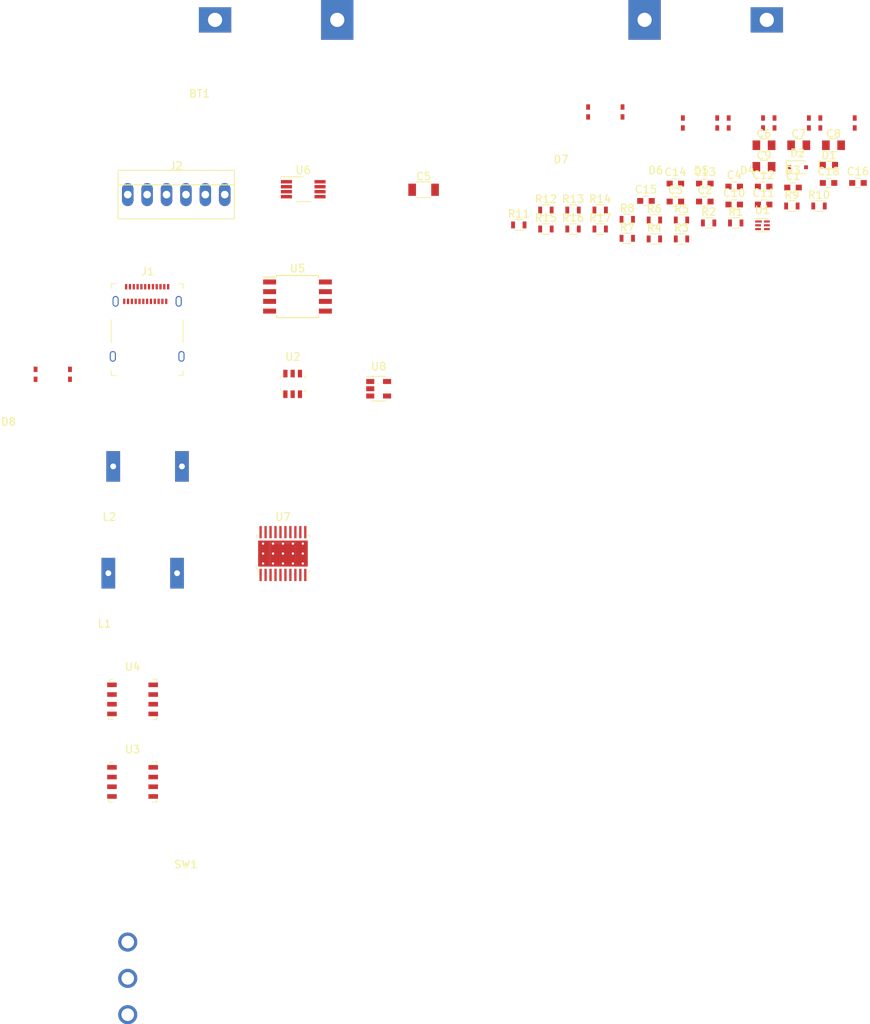
<source format=kicad_pcb>
(kicad_pcb (version 20171130) (host pcbnew "(5.1.6-0-10_14)")

  (general
    (thickness 1.6)
    (drawings 0)
    (tracks 0)
    (zones 0)
    (modules 56)
    (nets 36)
  )

  (page A4)
  (layers
    (0 F.Cu signal)
    (31 B.Cu signal)
    (32 B.Adhes user)
    (33 F.Adhes user)
    (34 B.Paste user)
    (35 F.Paste user)
    (36 B.SilkS user)
    (37 F.SilkS user)
    (38 B.Mask user)
    (39 F.Mask user)
    (40 Dwgs.User user)
    (41 Cmts.User user)
    (42 Eco1.User user)
    (43 Eco2.User user)
    (44 Edge.Cuts user)
    (45 Margin user)
    (46 B.CrtYd user)
    (47 F.CrtYd user)
    (48 B.Fab user)
    (49 F.Fab user)
  )

  (setup
    (last_trace_width 0.25)
    (trace_clearance 0.2)
    (zone_clearance 0.508)
    (zone_45_only no)
    (trace_min 0.2)
    (via_size 0.8)
    (via_drill 0.4)
    (via_min_size 0.4)
    (via_min_drill 0.3)
    (uvia_size 0.3)
    (uvia_drill 0.1)
    (uvias_allowed no)
    (uvia_min_size 0.2)
    (uvia_min_drill 0.1)
    (edge_width 0.05)
    (segment_width 0.2)
    (pcb_text_width 0.3)
    (pcb_text_size 1.5 1.5)
    (mod_edge_width 0.12)
    (mod_text_size 1 1)
    (mod_text_width 0.15)
    (pad_size 1.524 1.524)
    (pad_drill 0.762)
    (pad_to_mask_clearance 0.05)
    (aux_axis_origin 0 0)
    (visible_elements FFFFF77F)
    (pcbplotparams
      (layerselection 0x010fc_ffffffff)
      (usegerberextensions false)
      (usegerberattributes true)
      (usegerberadvancedattributes true)
      (creategerberjobfile true)
      (excludeedgelayer true)
      (linewidth 0.100000)
      (plotframeref false)
      (viasonmask false)
      (mode 1)
      (useauxorigin false)
      (hpglpennumber 1)
      (hpglpenspeed 20)
      (hpglpendiameter 15.000000)
      (psnegative false)
      (psa4output false)
      (plotreference true)
      (plotvalue true)
      (plotinvisibletext false)
      (padsonsilk false)
      (subtractmaskfromsilk false)
      (outputformat 1)
      (mirror false)
      (drillshape 1)
      (scaleselection 1)
      (outputdirectory ""))
  )

  (net 0 "")
  (net 1 GND1)
  (net 2 +BATT)
  (net 3 "Net-(C1-Pad1)")
  (net 4 GND)
  (net 5 VBUS)
  (net 6 "Net-(C5-Pad1)")
  (net 7 "Net-(C5-Pad2)")
  (net 8 +4V)
  (net 9 VD)
  (net 10 "Net-(C11-Pad2)")
  (net 11 "Net-(C14-Pad1)")
  (net 12 +3V3)
  (net 13 "Net-(D1-Pad2)")
  (net 14 "Net-(D1-Pad1)")
  (net 15 "Net-(D3-Pad1)")
  (net 16 "Net-(D4-Pad1)")
  (net 17 "Net-(D5-Pad1)")
  (net 18 "Net-(D6-Pad1)")
  (net 19 "Net-(D7-Pad1)")
  (net 20 "Net-(D8-Pad1)")
  (net 21 "Net-(J1-PadB5)")
  (net 22 "Net-(J1-PadA5)")
  (net 23 "Net-(J2-Pad1)")
  (net 24 /CLK)
  (net 25 /DATA)
  (net 26 "Net-(J2-Pad5)")
  (net 27 "Net-(R2-Pad1)")
  (net 28 "Net-(R3-Pad1)")
  (net 29 "Net-(R6-Pad1)")
  (net 30 "Net-(R9-Pad2)")
  (net 31 /B_IN)
  (net 32 /Dout)
  (net 33 /Cout)
  (net 34 "Net-(R16-Pad1)")
  (net 35 "Net-(U3-Pad5)")

  (net_class Default "This is the default net class."
    (clearance 0.2)
    (trace_width 0.25)
    (via_dia 0.8)
    (via_drill 0.4)
    (uvia_dia 0.3)
    (uvia_drill 0.1)
    (add_net +3V3)
    (add_net +4V)
    (add_net +BATT)
    (add_net /B_IN)
    (add_net /CLK)
    (add_net /Cout)
    (add_net /DATA)
    (add_net /Dout)
    (add_net GND)
    (add_net GND1)
    (add_net "Net-(C1-Pad1)")
    (add_net "Net-(C11-Pad2)")
    (add_net "Net-(C14-Pad1)")
    (add_net "Net-(C5-Pad1)")
    (add_net "Net-(C5-Pad2)")
    (add_net "Net-(D1-Pad1)")
    (add_net "Net-(D1-Pad2)")
    (add_net "Net-(D3-Pad1)")
    (add_net "Net-(D4-Pad1)")
    (add_net "Net-(D5-Pad1)")
    (add_net "Net-(D6-Pad1)")
    (add_net "Net-(D7-Pad1)")
    (add_net "Net-(D8-Pad1)")
    (add_net "Net-(J1-PadA10)")
    (add_net "Net-(J1-PadA11)")
    (add_net "Net-(J1-PadA2)")
    (add_net "Net-(J1-PadA3)")
    (add_net "Net-(J1-PadA5)")
    (add_net "Net-(J1-PadA6)")
    (add_net "Net-(J1-PadA7)")
    (add_net "Net-(J1-PadA8)")
    (add_net "Net-(J1-PadB10)")
    (add_net "Net-(J1-PadB11)")
    (add_net "Net-(J1-PadB2)")
    (add_net "Net-(J1-PadB3)")
    (add_net "Net-(J1-PadB5)")
    (add_net "Net-(J1-PadB6)")
    (add_net "Net-(J1-PadB7)")
    (add_net "Net-(J1-PadB8)")
    (add_net "Net-(J2-Pad1)")
    (add_net "Net-(J2-Pad5)")
    (add_net "Net-(R16-Pad1)")
    (add_net "Net-(R17-Pad1)")
    (add_net "Net-(R17-Pad2)")
    (add_net "Net-(R2-Pad1)")
    (add_net "Net-(R3-Pad1)")
    (add_net "Net-(R6-Pad1)")
    (add_net "Net-(R9-Pad2)")
    (add_net "Net-(U1-Pad1)")
    (add_net "Net-(U3-Pad5)")
    (add_net "Net-(U5-Pad2)")
    (add_net "Net-(U7-Pad11)")
    (add_net "Net-(U7-Pad12)")
    (add_net "Net-(U8-Pad4)")
    (add_net VBUS)
    (add_net VD)
  )

  (module TO_SOT_Packages_SMD:SOT-23-5 (layer F.Cu) (tedit 58CE4E7E) (tstamp 5F62B333)
    (at 60.79 78.105)
    (descr "5-pin SOT23 package")
    (tags SOT-23-5)
    (path /5F57AA6E)
    (attr smd)
    (fp_text reference U8 (at 0 -2.9) (layer F.SilkS)
      (effects (font (size 1 1) (thickness 0.15)))
    )
    (fp_text value NCP699SN33T1G (at 0 2.9) (layer F.Fab)
      (effects (font (size 1 1) (thickness 0.15)))
    )
    (fp_line (start 0.9 -1.55) (end 0.9 1.55) (layer F.Fab) (width 0.1))
    (fp_line (start 0.9 1.55) (end -0.9 1.55) (layer F.Fab) (width 0.1))
    (fp_line (start -0.9 -0.9) (end -0.9 1.55) (layer F.Fab) (width 0.1))
    (fp_line (start 0.9 -1.55) (end -0.25 -1.55) (layer F.Fab) (width 0.1))
    (fp_line (start -0.9 -0.9) (end -0.25 -1.55) (layer F.Fab) (width 0.1))
    (fp_line (start -1.9 1.8) (end -1.9 -1.8) (layer F.CrtYd) (width 0.05))
    (fp_line (start 1.9 1.8) (end -1.9 1.8) (layer F.CrtYd) (width 0.05))
    (fp_line (start 1.9 -1.8) (end 1.9 1.8) (layer F.CrtYd) (width 0.05))
    (fp_line (start -1.9 -1.8) (end 1.9 -1.8) (layer F.CrtYd) (width 0.05))
    (fp_line (start 0.9 -1.61) (end -1.55 -1.61) (layer F.SilkS) (width 0.12))
    (fp_line (start -0.9 1.61) (end 0.9 1.61) (layer F.SilkS) (width 0.12))
    (fp_text user %R (at 0 0 90) (layer F.Fab)
      (effects (font (size 0.5 0.5) (thickness 0.075)))
    )
    (pad 1 smd rect (at -1.1 -0.95) (size 1.06 0.65) (layers F.Cu F.Paste F.Mask)
      (net 8 +4V))
    (pad 2 smd rect (at -1.1 0) (size 1.06 0.65) (layers F.Cu F.Paste F.Mask)
      (net 4 GND))
    (pad 3 smd rect (at -1.1 0.95) (size 1.06 0.65) (layers F.Cu F.Paste F.Mask)
      (net 8 +4V))
    (pad 4 smd rect (at 1.1 0.95) (size 1.06 0.65) (layers F.Cu F.Paste F.Mask))
    (pad 5 smd rect (at 1.1 -0.95) (size 1.06 0.65) (layers F.Cu F.Paste F.Mask)
      (net 12 +3V3))
    (model ${KISYS3DMOD}/TO_SOT_Packages_SMD.3dshapes/SOT-23-5.wrl
      (at (xyz 0 0 0))
      (scale (xyz 1 1 1))
      (rotate (xyz 0 0 0))
    )
  )

  (module digikey-footprints:TSSOP-20-1EP_W4.4mm (layer F.Cu) (tedit 596FA7D2) (tstamp 5F62B330)
    (at 48.26 99.665)
    (path /5F472255)
    (fp_text reference U7 (at 0 -4.79) (layer F.SilkS)
      (effects (font (size 1 1) (thickness 0.15)))
    )
    (fp_text value TLC59711PWPR (at 0 5.22) (layer F.Fab)
      (effects (font (size 1 1) (thickness 0.15)))
    )
    (fp_text user REF** (at 0 0) (layer F.Fab)
      (effects (font (size 1 1) (thickness 0.1)))
    )
    (fp_line (start -3.5 3.85) (end 3.5 3.85) (layer F.CrtYd) (width 0.05))
    (fp_line (start -3.5 -3.85) (end 3.5 -3.85) (layer F.CrtYd) (width 0.05))
    (fp_line (start 3.5 -3.85) (end 3.5 3.85) (layer F.CrtYd) (width 0.05))
    (fp_line (start -3.5 -3.85) (end -3.5 3.85) (layer F.CrtYd) (width 0.05))
    (fp_line (start -3.5 1.6) (end -3.5 1.9) (layer F.SilkS) (width 0.1))
    (fp_line (start -3.5 1.9) (end -3.2 2.2) (layer F.SilkS) (width 0.1))
    (fp_line (start -3.2 2.2) (end -3.2 2.8) (layer F.SilkS) (width 0.1))
    (fp_line (start 3.25 2.2) (end -2.73 2.2) (layer F.Fab) (width 0.1))
    (fp_line (start -3.25 -2.2) (end -3.25 1.73) (layer F.Fab) (width 0.1))
    (fp_line (start -3.24 1.74) (end -2.74 2.2) (layer F.Fab) (width 0.1))
    (fp_line (start 3.5 2.4) (end 3.2 2.4) (layer F.SilkS) (width 0.1))
    (fp_line (start 3.5 2.4) (end 3.5 2.1) (layer F.SilkS) (width 0.1))
    (fp_line (start -3.2 -2.4) (end -3.5 -2.4) (layer F.SilkS) (width 0.1))
    (fp_line (start -3.5 -2.4) (end -3.5 -2.1) (layer F.SilkS) (width 0.1))
    (fp_line (start 3.2 -2.4) (end 3.5 -2.4) (layer F.SilkS) (width 0.1))
    (fp_line (start 3.5 -2.4) (end 3.5 -2.1) (layer F.SilkS) (width 0.1))
    (fp_line (start -3.25 -2.2) (end 3.25 -2.2) (layer F.Fab) (width 0.1))
    (fp_line (start 3.25 -2.2) (end 3.25 2.2) (layer F.Fab) (width 0.1))
    (pad 21 thru_hole circle (at 2.6 1.3) (size 0.3 0.3) (drill 0.3) (layers *.Cu *.Mask)
      (net 4 GND) (solder_mask_margin -0.001))
    (pad 21 thru_hole circle (at 1.3 1.3) (size 0.3 0.3) (drill 0.3) (layers *.Cu *.Mask)
      (net 4 GND) (solder_mask_margin -0.001))
    (pad 21 thru_hole circle (at 0 1.3) (size 0.3 0.3) (drill 0.3) (layers *.Cu *.Mask)
      (net 4 GND) (solder_mask_margin -0.001))
    (pad 21 thru_hole circle (at -1.3 1.3) (size 0.3 0.3) (drill 0.3) (layers *.Cu *.Mask)
      (net 4 GND) (solder_mask_margin -0.001))
    (pad 21 thru_hole circle (at -2.6 1.3) (size 0.3 0.3) (drill 0.3) (layers *.Cu *.Mask)
      (net 4 GND) (solder_mask_margin -0.001))
    (pad 21 thru_hole circle (at 2.6 0) (size 0.3 0.3) (drill 0.3) (layers *.Cu *.Mask)
      (net 4 GND) (solder_mask_margin -0.001))
    (pad 21 thru_hole circle (at 1.3 0) (size 0.3 0.3) (drill 0.3) (layers *.Cu *.Mask)
      (net 4 GND) (solder_mask_margin -0.001))
    (pad 21 thru_hole circle (at 0 0) (size 0.3 0.3) (drill 0.3) (layers *.Cu *.Mask)
      (net 4 GND) (solder_mask_margin -0.001))
    (pad 21 thru_hole circle (at -1.3 0) (size 0.3 0.3) (drill 0.3) (layers *.Cu *.Mask)
      (net 4 GND) (solder_mask_margin -0.001))
    (pad 21 thru_hole circle (at -2.6 0) (size 0.3 0.3) (drill 0.3) (layers *.Cu *.Mask)
      (net 4 GND) (solder_mask_margin -0.001))
    (pad 21 thru_hole circle (at 2.6 -1.3) (size 0.3 0.3) (drill 0.3) (layers *.Cu *.Mask)
      (net 4 GND) (solder_mask_margin -0.001))
    (pad 21 thru_hole circle (at 1.3 -1.3) (size 0.3 0.3) (drill 0.3) (layers *.Cu *.Mask)
      (net 4 GND) (solder_mask_margin -0.001))
    (pad 21 thru_hole circle (at 0 -1.3) (size 0.3 0.3) (drill 0.3) (layers *.Cu *.Mask)
      (net 4 GND) (solder_mask_margin -0.001))
    (pad 21 thru_hole circle (at -1.3 -1.3) (size 0.3 0.3) (drill 0.3) (layers *.Cu *.Mask)
      (net 4 GND) (solder_mask_margin -0.001))
    (pad 21 thru_hole circle (at -2.6 -1.3) (size 0.3 0.3) (drill 0.3) (layers *.Cu *.Mask)
      (net 4 GND) (solder_mask_margin -0.001))
    (pad 21 smd rect (at 0 1.5372) (size 3.43 0.325) (layers F.Cu F.Paste F.Mask)
      (net 4 GND) (solder_mask_margin -0.325))
    (pad 21 smd rect (at -2.4825 0) (size 1.535 3.4) (layers F.Cu F.Paste F.Mask)
      (net 4 GND) (solder_mask_margin -1.535))
    (pad 21 smd rect (at 0 0) (size 3.43 2.75) (layers F.Cu F.Paste F.Mask)
      (net 4 GND) (solder_mask_margin 0.001))
    (pad 20 smd rect (at -2.925 -2.8) (size 0.3 1.6) (layers F.Cu F.Paste F.Mask)
      (net 12 +3V3) (solder_mask_margin 0.07))
    (pad 19 smd rect (at -2.275 -2.8) (size 0.3 1.6) (layers F.Cu F.Paste F.Mask)
      (net 8 +4V) (solder_mask_margin 0.07))
    (pad 18 smd rect (at -1.625 -2.8) (size 0.3 1.6) (layers F.Cu F.Paste F.Mask)
      (net 16 "Net-(D4-Pad1)") (solder_mask_margin 0.07))
    (pad 17 smd rect (at -0.975 -2.8) (size 0.3 1.6) (layers F.Cu F.Paste F.Mask)
      (net 18 "Net-(D6-Pad1)") (solder_mask_margin 0.07))
    (pad 16 smd rect (at -0.325 -2.8) (size 0.3 1.6) (layers F.Cu F.Paste F.Mask)
      (net 20 "Net-(D8-Pad1)") (solder_mask_margin 0.07))
    (pad 15 smd rect (at 0.325 -2.8) (size 0.3 1.6) (layers F.Cu F.Paste F.Mask)
      (net 16 "Net-(D4-Pad1)") (solder_mask_margin 0.07))
    (pad 14 smd rect (at 0.975 -2.8) (size 0.3 1.6) (layers F.Cu F.Paste F.Mask)
      (net 18 "Net-(D6-Pad1)") (solder_mask_margin 0.07))
    (pad 13 smd rect (at 1.625 -2.8) (size 0.3 1.6) (layers F.Cu F.Paste F.Mask)
      (net 20 "Net-(D8-Pad1)") (solder_mask_margin 0.07))
    (pad 12 smd rect (at 2.275 -2.8) (size 0.3 1.6) (layers F.Cu F.Paste F.Mask)
      (solder_mask_margin 0.07))
    (pad 11 smd rect (at 2.925 -2.8) (size 0.3 1.6) (layers F.Cu F.Paste F.Mask)
      (solder_mask_margin 0.07))
    (pad 10 smd rect (at 2.925 2.8) (size 0.3 1.6) (layers F.Cu F.Paste F.Mask)
      (net 24 /CLK) (solder_mask_margin 0.07))
    (pad 9 smd rect (at 2.275 2.8) (size 0.3 1.6) (layers F.Cu F.Paste F.Mask)
      (net 25 /DATA) (solder_mask_margin 0.07))
    (pad 8 smd rect (at 1.625 2.8) (size 0.3 1.6) (layers F.Cu F.Paste F.Mask)
      (net 15 "Net-(D3-Pad1)") (solder_mask_margin 0.07))
    (pad 7 smd rect (at 0.975 2.8) (size 0.3 1.6) (layers F.Cu F.Paste F.Mask)
      (net 17 "Net-(D5-Pad1)") (solder_mask_margin 0.07))
    (pad 6 smd rect (at 0.325 2.8) (size 0.3 1.6) (layers F.Cu F.Paste F.Mask)
      (net 19 "Net-(D7-Pad1)") (solder_mask_margin 0.07))
    (pad 5 smd rect (at -0.325 2.8) (size 0.3 1.6) (layers F.Cu F.Paste F.Mask)
      (net 15 "Net-(D3-Pad1)") (solder_mask_margin 0.07))
    (pad 4 smd rect (at -0.975 2.8) (size 0.3 1.6) (layers F.Cu F.Paste F.Mask)
      (net 17 "Net-(D5-Pad1)") (solder_mask_margin 0.07))
    (pad 3 smd rect (at -1.625 2.8) (size 0.3 1.6) (layers F.Cu F.Paste F.Mask)
      (net 19 "Net-(D7-Pad1)") (solder_mask_margin 0.07))
    (pad 2 smd rect (at -2.275 2.8) (size 0.3 1.6) (layers F.Cu F.Paste F.Mask)
      (net 4 GND) (solder_mask_margin 0.07))
    (pad 1 smd rect (at -2.925 2.8) (size 0.3 1.6) (layers F.Cu F.Paste F.Mask)
      (net 34 "Net-(R16-Pad1)") (solder_mask_margin 0.07))
    (pad 21 smd rect (at 2.4825 0) (size 1.535 3.4) (layers F.Cu F.Paste F.Mask)
      (net 4 GND) (solder_mask_margin -1.535))
    (pad 21 smd rect (at 0 -1.5375) (size 3.43 0.325) (layers F.Cu F.Paste F.Mask)
      (net 4 GND) (solder_mask_margin -0.325))
  )

  (module Housings_SSOP:VSSOP-8_3.0x3.0mm_Pitch0.65mm (layer F.Cu) (tedit 59E7C95B) (tstamp 5F62B2F1)
    (at 50.915001 52.000001)
    (descr "VSSOP-8 3.0 x 3.0, http://www.ti.com/lit/ds/symlink/lm75b.pdf")
    (tags "VSSOP-8 3.0 x 3.0")
    (path /5F4B42FB)
    (attr smd)
    (fp_text reference U6 (at 0 -2.5) (layer F.SilkS)
      (effects (font (size 1 1) (thickness 0.15)))
    )
    (fp_text value LM2621 (at 0.02 2.73) (layer F.Fab)
      (effects (font (size 1 1) (thickness 0.15)))
    )
    (fp_line (start 1.5 -1.5) (end 1.5 1.5) (layer F.Fab) (width 0.1))
    (fp_line (start 1.5 1.5) (end -1.5 1.5) (layer F.Fab) (width 0.1))
    (fp_line (start -1.5 1.5) (end -1.5 -0.5) (layer F.Fab) (width 0.1))
    (fp_line (start -0.5 -1.5) (end 1.5 -1.5) (layer F.Fab) (width 0.1))
    (fp_line (start -0.5 -1.5) (end -1.5 -0.5) (layer F.Fab) (width 0.1))
    (fp_line (start 0 -1.62) (end -3 -1.62) (layer F.SilkS) (width 0.12))
    (fp_line (start 1 1.62) (end -1 1.62) (layer F.SilkS) (width 0.12))
    (fp_line (start 3.48 -1.75) (end 3.48 1.75) (layer F.CrtYd) (width 0.05))
    (fp_line (start 3.48 1.75) (end -3.48 1.75) (layer F.CrtYd) (width 0.05))
    (fp_line (start -3.48 1.75) (end -3.48 -1.75) (layer F.CrtYd) (width 0.05))
    (fp_line (start -3.48 -1.75) (end 3.48 -1.75) (layer F.CrtYd) (width 0.05))
    (fp_text user %R (at 0 0) (layer F.Fab)
      (effects (font (size 0.5 0.5) (thickness 0.1)))
    )
    (pad 1 smd rect (at -2.2 -0.975 270) (size 0.45 1.45) (layers F.Cu F.Paste F.Mask)
      (net 4 GND))
    (pad 2 smd rect (at -2.2 -0.325 270) (size 0.45 1.45) (layers F.Cu F.Paste F.Mask))
    (pad 3 smd rect (at -2.2 0.325 270) (size 0.45 1.45) (layers F.Cu F.Paste F.Mask)
      (net 30 "Net-(R9-Pad2)"))
    (pad 4 smd rect (at -2.2 0.975 270) (size 0.45 1.45) (layers F.Cu F.Paste F.Mask)
      (net 10 "Net-(C11-Pad2)"))
    (pad 5 smd rect (at 2.2 0.975 270) (size 0.45 1.45) (layers F.Cu F.Paste F.Mask)
      (net 4 GND))
    (pad 6 smd rect (at 2.2 0.325 270) (size 0.45 1.45) (layers F.Cu F.Paste F.Mask)
      (net 11 "Net-(C14-Pad1)"))
    (pad 7 smd rect (at 2.2 -0.325 270) (size 0.45 1.45) (layers F.Cu F.Paste F.Mask)
      (net 9 VD))
    (pad 8 smd rect (at 2.2 -0.975 270) (size 0.45 1.45) (layers F.Cu F.Paste F.Mask)
      (net 6 "Net-(C5-Pad1)"))
    (model ${KISYS3DMOD}/Housings_SSOP.3dshapes/VSSOP-8_3.0x3.0mm_Pitch0.65mm.wrl
      (at (xyz 0 0 0))
      (scale (xyz 1 1 1))
      (rotate (xyz 0 0 0))
    )
  )

  (module Housings_SOIC:SOIJ-8_5.3x5.3mm_Pitch1.27mm (layer F.Cu) (tedit 58CC8F64) (tstamp 5F62B2EE)
    (at 50.165 66.04)
    (descr "8-Lead Plastic Small Outline (SM) - Medium, 5.28 mm Body [SOIC] (see Microchip Packaging Specification 00000049BS.pdf)")
    (tags "SOIC 1.27")
    (path /5F5461DD)
    (attr smd)
    (fp_text reference U5 (at 0 -3.68) (layer F.SilkS)
      (effects (font (size 1 1) (thickness 0.15)))
    )
    (fp_text value ATtiny85-20SU (at 0 3.68) (layer F.Fab)
      (effects (font (size 1 1) (thickness 0.15)))
    )
    (fp_line (start -2.75 -2.55) (end -4.5 -2.55) (layer F.SilkS) (width 0.15))
    (fp_line (start -2.75 2.755) (end 2.75 2.755) (layer F.SilkS) (width 0.15))
    (fp_line (start -2.75 -2.755) (end 2.75 -2.755) (layer F.SilkS) (width 0.15))
    (fp_line (start -2.75 2.755) (end -2.75 2.455) (layer F.SilkS) (width 0.15))
    (fp_line (start 2.75 2.755) (end 2.75 2.455) (layer F.SilkS) (width 0.15))
    (fp_line (start 2.75 -2.755) (end 2.75 -2.455) (layer F.SilkS) (width 0.15))
    (fp_line (start -2.75 -2.755) (end -2.75 -2.55) (layer F.SilkS) (width 0.15))
    (fp_line (start -4.75 2.95) (end 4.75 2.95) (layer F.CrtYd) (width 0.05))
    (fp_line (start -4.75 -2.95) (end 4.75 -2.95) (layer F.CrtYd) (width 0.05))
    (fp_line (start 4.75 -2.95) (end 4.75 2.95) (layer F.CrtYd) (width 0.05))
    (fp_line (start -4.75 -2.95) (end -4.75 2.95) (layer F.CrtYd) (width 0.05))
    (fp_line (start -2.65 -1.65) (end -1.65 -2.65) (layer F.Fab) (width 0.15))
    (fp_line (start -2.65 2.65) (end -2.65 -1.65) (layer F.Fab) (width 0.15))
    (fp_line (start 2.65 2.65) (end -2.65 2.65) (layer F.Fab) (width 0.15))
    (fp_line (start 2.65 -2.65) (end 2.65 2.65) (layer F.Fab) (width 0.15))
    (fp_line (start -1.65 -2.65) (end 2.65 -2.65) (layer F.Fab) (width 0.15))
    (fp_text user %R (at -0.485001 0.979999) (layer F.Fab)
      (effects (font (size 1 1) (thickness 0.15)))
    )
    (pad 1 smd rect (at -3.65 -1.905) (size 1.7 0.65) (layers F.Cu F.Paste F.Mask)
      (net 26 "Net-(J2-Pad5)"))
    (pad 2 smd rect (at -3.65 -0.635) (size 1.7 0.65) (layers F.Cu F.Paste F.Mask))
    (pad 3 smd rect (at -3.65 0.635) (size 1.7 0.65) (layers F.Cu F.Paste F.Mask)
      (net 31 /B_IN))
    (pad 4 smd rect (at -3.65 1.905) (size 1.7 0.65) (layers F.Cu F.Paste F.Mask)
      (net 4 GND))
    (pad 5 smd rect (at 3.65 1.905) (size 1.7 0.65) (layers F.Cu F.Paste F.Mask)
      (net 25 /DATA))
    (pad 6 smd rect (at 3.65 0.635) (size 1.7 0.65) (layers F.Cu F.Paste F.Mask)
      (net 23 "Net-(J2-Pad1)"))
    (pad 7 smd rect (at 3.65 -0.635) (size 1.7 0.65) (layers F.Cu F.Paste F.Mask)
      (net 24 /CLK))
    (pad 8 smd rect (at 3.65 -1.905) (size 1.7 0.65) (layers F.Cu F.Paste F.Mask)
      (net 12 +3V3))
    (model ${KISYS3DMOD}/Housings_SOIC.3dshapes/SOIJ-8_5.3x5.3mm_Pitch1.27mm.wrl
      (at (xyz 0 0 0))
      (scale (xyz 1 1 1))
      (rotate (xyz 0 0 0))
    )
  )

  (module digikey-footprints:TDFN-8-1EP (layer F.Cu) (tedit 59D28E6E) (tstamp 5F62B2EB)
    (at 28.575 118.745)
    (descr "file:///C:/Users/alex_wegscheid/Downloads/EST02896_MR25H256-MR25H256A_Combined%20Datasheet_Rev1.4%20020117%20(5).pdf")
    (path /5F6DD621)
    (fp_text reference U4 (at 0 -4.25) (layer F.SilkS)
      (effects (font (size 1 1) (thickness 0.15)))
    )
    (fp_text value CSD16406Q3 (at 0 4) (layer F.Fab)
      (effects (font (size 1 1) (thickness 0.15)))
    )
    (fp_text user %R (at 0 0) (layer F.Fab)
      (effects (font (size 1 1) (thickness 0.15)))
    )
    (fp_line (start 3.6 2.8) (end 3.6 -2.8) (layer F.CrtYd) (width 0.05))
    (fp_line (start -3.6 -2.8) (end -3.6 2.8) (layer F.CrtYd) (width 0.05))
    (fp_line (start -3.6 -2.8) (end 3.6 -2.8) (layer F.CrtYd) (width 0.05))
    (fp_line (start -3.6 2.8) (end 3.6 2.8) (layer F.CrtYd) (width 0.05))
    (fp_line (start -3.15 2.35) (end -3.15 2.65) (layer F.SilkS) (width 0.1))
    (fp_line (start -3.15 2.65) (end -2.55 2.65) (layer F.SilkS) (width 0.1))
    (fp_line (start 3.15 2.3) (end 3.15 2.65) (layer F.SilkS) (width 0.1))
    (fp_line (start 3.15 2.65) (end 2.6 2.65) (layer F.SilkS) (width 0.1))
    (fp_line (start 2.6 -2.65) (end 3.15 -2.65) (layer F.SilkS) (width 0.1))
    (fp_line (start 3.15 -2.65) (end 3.15 -2.3) (layer F.SilkS) (width 0.1))
    (fp_line (start -2.55 -2.65) (end -2.8 -2.65) (layer F.SilkS) (width 0.1))
    (fp_line (start -2.8 -2.65) (end -3.2 -2.25) (layer F.SilkS) (width 0.1))
    (fp_line (start -3.2 -2.25) (end -3.35 -2.25) (layer F.SilkS) (width 0.1))
    (fp_line (start -3.05 2.55) (end -3.05 -2.25) (layer F.Fab) (width 0.1))
    (fp_line (start 3.05 -2.55) (end -2.75 -2.55) (layer F.Fab) (width 0.1))
    (fp_line (start -3.05 -2.25) (end -2.75 -2.55) (layer F.Fab) (width 0.1))
    (fp_line (start 3.05 2.55) (end 3.05 -2.55) (layer F.Fab) (width 0.1))
    (fp_line (start -3.05 2.55) (end 3.05 2.55) (layer F.Fab) (width 0.1))
    (pad 8 smd rect (at 2.7 -1.905) (size 1.25 0.6) (layers F.Cu F.Paste F.Mask)
      (net 1 GND1))
    (pad 7 smd rect (at 2.7 -0.635) (size 1.25 0.6) (layers F.Cu F.Paste F.Mask)
      (net 1 GND1))
    (pad 6 smd rect (at 2.7 0.635) (size 1.25 0.6) (layers F.Cu F.Paste F.Mask)
      (net 1 GND1))
    (pad 5 smd rect (at 2.7 1.905) (size 1.25 0.6) (layers F.Cu F.Paste F.Mask)
      (net 32 /Dout))
    (pad 4 smd rect (at -2.7 1.905) (size 1.25 0.6) (layers F.Cu F.Paste F.Mask)
      (net 35 "Net-(U3-Pad5)"))
    (pad 3 smd rect (at -2.7 0.635) (size 1.25 0.6) (layers F.Cu F.Paste F.Mask)
      (net 35 "Net-(U3-Pad5)"))
    (pad 1 smd rect (at -2.7 -1.905) (size 1.25 0.6) (layers F.Cu F.Paste F.Mask)
      (net 35 "Net-(U3-Pad5)"))
    (pad 2 smd rect (at -2.7 -0.635) (size 1.25 0.6) (layers F.Cu F.Paste F.Mask)
      (net 35 "Net-(U3-Pad5)"))
  )

  (module digikey-footprints:TDFN-8-1EP (layer F.Cu) (tedit 59D28E6E) (tstamp 5F62B2CC)
    (at 28.575 129.54)
    (descr "file:///C:/Users/alex_wegscheid/Downloads/EST02896_MR25H256-MR25H256A_Combined%20Datasheet_Rev1.4%20020117%20(5).pdf")
    (path /5F619F87)
    (fp_text reference U3 (at 0 -4.25) (layer F.SilkS)
      (effects (font (size 1 1) (thickness 0.15)))
    )
    (fp_text value CSD16406Q3 (at 0 4) (layer F.Fab)
      (effects (font (size 1 1) (thickness 0.15)))
    )
    (fp_text user %R (at 0 0) (layer F.Fab)
      (effects (font (size 1 1) (thickness 0.15)))
    )
    (fp_line (start 3.6 2.8) (end 3.6 -2.8) (layer F.CrtYd) (width 0.05))
    (fp_line (start -3.6 -2.8) (end -3.6 2.8) (layer F.CrtYd) (width 0.05))
    (fp_line (start -3.6 -2.8) (end 3.6 -2.8) (layer F.CrtYd) (width 0.05))
    (fp_line (start -3.6 2.8) (end 3.6 2.8) (layer F.CrtYd) (width 0.05))
    (fp_line (start -3.15 2.35) (end -3.15 2.65) (layer F.SilkS) (width 0.1))
    (fp_line (start -3.15 2.65) (end -2.55 2.65) (layer F.SilkS) (width 0.1))
    (fp_line (start 3.15 2.3) (end 3.15 2.65) (layer F.SilkS) (width 0.1))
    (fp_line (start 3.15 2.65) (end 2.6 2.65) (layer F.SilkS) (width 0.1))
    (fp_line (start 2.6 -2.65) (end 3.15 -2.65) (layer F.SilkS) (width 0.1))
    (fp_line (start 3.15 -2.65) (end 3.15 -2.3) (layer F.SilkS) (width 0.1))
    (fp_line (start -2.55 -2.65) (end -2.8 -2.65) (layer F.SilkS) (width 0.1))
    (fp_line (start -2.8 -2.65) (end -3.2 -2.25) (layer F.SilkS) (width 0.1))
    (fp_line (start -3.2 -2.25) (end -3.35 -2.25) (layer F.SilkS) (width 0.1))
    (fp_line (start -3.05 2.55) (end -3.05 -2.25) (layer F.Fab) (width 0.1))
    (fp_line (start 3.05 -2.55) (end -2.75 -2.55) (layer F.Fab) (width 0.1))
    (fp_line (start -3.05 -2.25) (end -2.75 -2.55) (layer F.Fab) (width 0.1))
    (fp_line (start 3.05 2.55) (end 3.05 -2.55) (layer F.Fab) (width 0.1))
    (fp_line (start -3.05 2.55) (end 3.05 2.55) (layer F.Fab) (width 0.1))
    (pad 8 smd rect (at 2.7 -1.905) (size 1.25 0.6) (layers F.Cu F.Paste F.Mask)
      (net 35 "Net-(U3-Pad5)"))
    (pad 7 smd rect (at 2.7 -0.635) (size 1.25 0.6) (layers F.Cu F.Paste F.Mask)
      (net 35 "Net-(U3-Pad5)"))
    (pad 6 smd rect (at 2.7 0.635) (size 1.25 0.6) (layers F.Cu F.Paste F.Mask)
      (net 35 "Net-(U3-Pad5)"))
    (pad 5 smd rect (at 2.7 1.905) (size 1.25 0.6) (layers F.Cu F.Paste F.Mask)
      (net 35 "Net-(U3-Pad5)"))
    (pad 4 smd rect (at -2.7 1.905) (size 1.25 0.6) (layers F.Cu F.Paste F.Mask)
      (net 33 /Cout))
    (pad 3 smd rect (at -2.7 0.635) (size 1.25 0.6) (layers F.Cu F.Paste F.Mask)
      (net 4 GND))
    (pad 1 smd rect (at -2.7 -1.905) (size 1.25 0.6) (layers F.Cu F.Paste F.Mask)
      (net 4 GND))
    (pad 2 smd rect (at -2.7 -0.635) (size 1.25 0.6) (layers F.Cu F.Paste F.Mask)
      (net 4 GND))
  )

  (module digikey-footprints:SOT-23-6 (layer F.Cu) (tedit 59CD696B) (tstamp 5F62B2AD)
    (at 49.53 77.47)
    (path /5F54BC79)
    (fp_text reference U2 (at 0.025 -3.55) (layer F.SilkS)
      (effects (font (size 1 1) (thickness 0.15)))
    )
    (fp_text value bq21040 (at -0.025 3.575) (layer F.Fab)
      (effects (font (size 1 1) (thickness 0.15)))
    )
    (fp_text user %R (at 0.025 0) (layer F.Fab)
      (effects (font (size 0.75 0.75) (thickness 0.075)))
    )
    (fp_line (start -1.825 2.1) (end -1.825 -2.1) (layer F.CrtYd) (width 0.05))
    (fp_line (start 1.825 2.1) (end -1.825 2.1) (layer F.CrtYd) (width 0.05))
    (fp_line (start 1.825 -2.1) (end 1.825 2.1) (layer F.CrtYd) (width 0.05))
    (fp_line (start -1.825 -2.1) (end 1.825 -2.1) (layer F.CrtYd) (width 0.05))
    (fp_line (start -1.3 1.65) (end -1.3 1.05) (layer F.SilkS) (width 0.1))
    (fp_line (start -1.3 1.05) (end -1.65 0.6) (layer F.SilkS) (width 0.1))
    (fp_line (start 1.525 0.875) (end -1.275 0.875) (layer F.Fab) (width 0.1))
    (fp_line (start -1.525 0.55) (end -1.525 -0.875) (layer F.Fab) (width 0.1))
    (fp_line (start -1.525 0.55) (end -1.275 0.875) (layer F.Fab) (width 0.1))
    (fp_line (start -1.3 -1) (end -1.65 -1) (layer F.SilkS) (width 0.1))
    (fp_line (start -1.65 -1) (end -1.65 -0.65) (layer F.SilkS) (width 0.1))
    (fp_line (start 1.65 0.65) (end 1.65 1) (layer F.SilkS) (width 0.1))
    (fp_line (start 1.65 1) (end 1.3 1) (layer F.SilkS) (width 0.1))
    (fp_line (start 1.3 -1) (end 1.65 -1) (layer F.SilkS) (width 0.1))
    (fp_line (start 1.65 -1) (end 1.65 -0.65) (layer F.SilkS) (width 0.1))
    (fp_line (start 1.525 -0.875) (end -1.525 -0.875) (layer F.Fab) (width 0.1))
    (fp_line (start 1.525 0.875) (end 1.525 -0.875) (layer F.Fab) (width 0.1))
    (pad 6 smd rect (at -0.95 -1.35) (size 0.55 1) (layers F.Cu F.Paste F.Mask)
      (net 5 VBUS))
    (pad 5 smd rect (at 0 -1.35) (size 0.55 1) (layers F.Cu F.Paste F.Mask)
      (net 4 GND))
    (pad 4 smd rect (at 0.95 -1.35) (size 0.55 1) (layers F.Cu F.Paste F.Mask)
      (net 29 "Net-(R6-Pad1)"))
    (pad 1 smd rect (at -0.95 1.35) (size 0.55 1) (layers F.Cu F.Paste F.Mask)
      (net 27 "Net-(R2-Pad1)"))
    (pad 2 smd rect (at 0 1.35) (size 0.55 1) (layers F.Cu F.Paste F.Mask)
      (net 2 +BATT))
    (pad 3 smd rect (at 0.95 1.35) (size 0.55 1) (layers F.Cu F.Paste F.Mask)
      (net 14 "Net-(D1-Pad1)"))
  )

  (module Housings_SON:WSON6_1.5x1.5mm_Pitch0.5mm (layer F.Cu) (tedit 59381028) (tstamp 5F62B291)
    (at 111.035001 56.720001)
    (descr "WSON6, http://www.ti.com/lit/ds/symlink/tlv702.pdf")
    (tags WSON6_1.5x1.5mm_Pitch0.5mm)
    (path /5F4477BE)
    (attr smd)
    (fp_text reference U1 (at 0 -2) (layer F.SilkS)
      (effects (font (size 1 1) (thickness 0.15)))
    )
    (fp_text value BQ29700 (at 0 2) (layer F.Fab)
      (effects (font (size 1 1) (thickness 0.15)))
    )
    (fp_line (start -1.2 1.02) (end -1.2 -1.02) (layer F.CrtYd) (width 0.05))
    (fp_line (start -1.2 1.02) (end 1.2 1.02) (layer F.CrtYd) (width 0.05))
    (fp_line (start 1.2 -1.02) (end -1.2 -1.02) (layer F.CrtYd) (width 0.05))
    (fp_line (start 1.2 -1.02) (end 1.2 1.02) (layer F.CrtYd) (width 0.05))
    (fp_line (start 0.785 -0.78) (end 0.785 0.78) (layer F.Fab) (width 0.1))
    (fp_line (start -0.775 0.78) (end 0.785 0.78) (layer F.Fab) (width 0.1))
    (fp_line (start -0.775 -0.5) (end -0.775 0.78) (layer F.Fab) (width 0.1))
    (fp_line (start 0.785 -0.78) (end -0.495 -0.78) (layer F.Fab) (width 0.1))
    (fp_line (start -0.495 -0.78) (end -0.775 -0.5) (layer F.Fab) (width 0.1))
    (fp_line (start -0.795 0.85) (end 0.755 0.85) (layer F.SilkS) (width 0.12))
    (fp_line (start -0.945 -0.85) (end 0.755 -0.85) (layer F.SilkS) (width 0.12))
    (fp_text user %R (at 0.005 0) (layer F.Fab)
      (effects (font (size 0.4 0.4) (thickness 0.05)))
    )
    (pad 1 smd rect (at -0.525 -0.5 270) (size 0.28 0.85) (layers F.Cu F.Paste F.Mask))
    (pad 2 smd rect (at -0.575 0 270) (size 0.28 0.75) (layers F.Cu F.Paste F.Mask)
      (net 33 /Cout))
    (pad 3 smd rect (at -0.575 0.5 270) (size 0.28 0.75) (layers F.Cu F.Paste F.Mask)
      (net 32 /Dout))
    (pad 4 smd rect (at 0.575 0.5 270) (size 0.28 0.75) (layers F.Cu F.Paste F.Mask)
      (net 1 GND1))
    (pad 5 smd rect (at 0.575 0 270) (size 0.28 0.75) (layers F.Cu F.Paste F.Mask)
      (net 3 "Net-(C1-Pad1)"))
    (pad 6 smd rect (at 0.575 -0.5 270) (size 0.28 0.75) (layers F.Cu F.Paste F.Mask)
      (net 28 "Net-(R3-Pad1)"))
    (model ${KISYS3DMOD}/Housings_SON.3dshapes/WSON6_1.5x1.5mm_Pitch0.5mm.wrl
      (offset (xyz 0.005000000084907532 0 0))
      (scale (xyz 1 1 1))
      (rotate (xyz 0 0 0))
    )
  )

  (module Manual_Library:CKC5106-ND (layer F.Cu) (tedit 5F617ABD) (tstamp 5F62B28E)
    (at 27.94 150.495)
    (path /5F535BB1)
    (fp_text reference SW1 (at 7.62 -10.16) (layer F.SilkS)
      (effects (font (size 1 1) (thickness 0.15)))
    )
    (fp_text value SW_SPST (at -0.508 -10.16) (layer F.Fab)
      (effects (font (size 1 1) (thickness 0.15)))
    )
    (pad 3 thru_hole circle (at 0 9.5) (size 2.5 2.5) (drill 1.65) (layers *.Cu *.Mask))
    (pad 2 thru_hole circle (at 0 4.75) (size 2.5 2.5) (drill 1.65) (layers *.Cu *.Mask)
      (net 9 VD))
    (pad 1 thru_hole circle (at 0 0) (size 2.5 2.5) (drill 1.65) (layers *.Cu *.Mask)
      (net 2 +BATT))
  )

  (module Resistors_SMD:R_0603 (layer F.Cu) (tedit 58E0A804) (tstamp 5F62B287)
    (at 89.785001 57.205001)
    (descr "Resistor SMD 0603, reflow soldering, Vishay (see dcrcw.pdf)")
    (tags "resistor 0603")
    (path /5F620D0C)
    (attr smd)
    (fp_text reference R17 (at 0 -1.45) (layer F.SilkS)
      (effects (font (size 1 1) (thickness 0.15)))
    )
    (fp_text value 330 (at 0 1.5) (layer F.Fab)
      (effects (font (size 1 1) (thickness 0.15)))
    )
    (fp_line (start 1.25 0.7) (end -1.25 0.7) (layer F.CrtYd) (width 0.05))
    (fp_line (start 1.25 0.7) (end 1.25 -0.7) (layer F.CrtYd) (width 0.05))
    (fp_line (start -1.25 -0.7) (end -1.25 0.7) (layer F.CrtYd) (width 0.05))
    (fp_line (start -1.25 -0.7) (end 1.25 -0.7) (layer F.CrtYd) (width 0.05))
    (fp_line (start -0.5 -0.68) (end 0.5 -0.68) (layer F.SilkS) (width 0.12))
    (fp_line (start 0.5 0.68) (end -0.5 0.68) (layer F.SilkS) (width 0.12))
    (fp_line (start -0.8 -0.4) (end 0.8 -0.4) (layer F.Fab) (width 0.1))
    (fp_line (start 0.8 -0.4) (end 0.8 0.4) (layer F.Fab) (width 0.1))
    (fp_line (start 0.8 0.4) (end -0.8 0.4) (layer F.Fab) (width 0.1))
    (fp_line (start -0.8 0.4) (end -0.8 -0.4) (layer F.Fab) (width 0.1))
    (fp_text user %R (at 0 0) (layer F.Fab)
      (effects (font (size 0.4 0.4) (thickness 0.075)))
    )
    (pad 1 smd rect (at -0.75 0) (size 0.5 0.9) (layers F.Cu F.Paste F.Mask))
    (pad 2 smd rect (at 0.75 0) (size 0.5 0.9) (layers F.Cu F.Paste F.Mask))
    (model ${KISYS3DMOD}/Resistors_SMD.3dshapes/R_0603.wrl
      (at (xyz 0 0 0))
      (scale (xyz 1 1 1))
      (rotate (xyz 0 0 0))
    )
  )

  (module Resistors_SMD:R_0603 (layer F.Cu) (tedit 58E0A804) (tstamp 5F62B284)
    (at 86.235001 57.205001)
    (descr "Resistor SMD 0603, reflow soldering, Vishay (see dcrcw.pdf)")
    (tags "resistor 0603")
    (path /5F59C380)
    (attr smd)
    (fp_text reference R16 (at 0 -1.45) (layer F.SilkS)
      (effects (font (size 1 1) (thickness 0.15)))
    )
    (fp_text value 1k (at 0 1.5) (layer F.Fab)
      (effects (font (size 1 1) (thickness 0.15)))
    )
    (fp_line (start 1.25 0.7) (end -1.25 0.7) (layer F.CrtYd) (width 0.05))
    (fp_line (start 1.25 0.7) (end 1.25 -0.7) (layer F.CrtYd) (width 0.05))
    (fp_line (start -1.25 -0.7) (end -1.25 0.7) (layer F.CrtYd) (width 0.05))
    (fp_line (start -1.25 -0.7) (end 1.25 -0.7) (layer F.CrtYd) (width 0.05))
    (fp_line (start -0.5 -0.68) (end 0.5 -0.68) (layer F.SilkS) (width 0.12))
    (fp_line (start 0.5 0.68) (end -0.5 0.68) (layer F.SilkS) (width 0.12))
    (fp_line (start -0.8 -0.4) (end 0.8 -0.4) (layer F.Fab) (width 0.1))
    (fp_line (start 0.8 -0.4) (end 0.8 0.4) (layer F.Fab) (width 0.1))
    (fp_line (start 0.8 0.4) (end -0.8 0.4) (layer F.Fab) (width 0.1))
    (fp_line (start -0.8 0.4) (end -0.8 -0.4) (layer F.Fab) (width 0.1))
    (fp_text user %R (at 0 0) (layer F.Fab)
      (effects (font (size 0.4 0.4) (thickness 0.075)))
    )
    (pad 1 smd rect (at -0.75 0) (size 0.5 0.9) (layers F.Cu F.Paste F.Mask)
      (net 34 "Net-(R16-Pad1)"))
    (pad 2 smd rect (at 0.75 0) (size 0.5 0.9) (layers F.Cu F.Paste F.Mask)
      (net 4 GND))
    (model ${KISYS3DMOD}/Resistors_SMD.3dshapes/R_0603.wrl
      (at (xyz 0 0 0))
      (scale (xyz 1 1 1))
      (rotate (xyz 0 0 0))
    )
  )

  (module Resistors_SMD:R_0603 (layer F.Cu) (tedit 58E0A804) (tstamp 5F62B281)
    (at 82.685001 57.205001)
    (descr "Resistor SMD 0603, reflow soldering, Vishay (see dcrcw.pdf)")
    (tags "resistor 0603")
    (path /5F6B8CE8)
    (attr smd)
    (fp_text reference R15 (at 0 -1.45) (layer F.SilkS)
      (effects (font (size 1 1) (thickness 0.15)))
    )
    (fp_text value 5.1k (at 0 1.5) (layer F.Fab)
      (effects (font (size 1 1) (thickness 0.15)))
    )
    (fp_line (start 1.25 0.7) (end -1.25 0.7) (layer F.CrtYd) (width 0.05))
    (fp_line (start 1.25 0.7) (end 1.25 -0.7) (layer F.CrtYd) (width 0.05))
    (fp_line (start -1.25 -0.7) (end -1.25 0.7) (layer F.CrtYd) (width 0.05))
    (fp_line (start -1.25 -0.7) (end 1.25 -0.7) (layer F.CrtYd) (width 0.05))
    (fp_line (start -0.5 -0.68) (end 0.5 -0.68) (layer F.SilkS) (width 0.12))
    (fp_line (start 0.5 0.68) (end -0.5 0.68) (layer F.SilkS) (width 0.12))
    (fp_line (start -0.8 -0.4) (end 0.8 -0.4) (layer F.Fab) (width 0.1))
    (fp_line (start 0.8 -0.4) (end 0.8 0.4) (layer F.Fab) (width 0.1))
    (fp_line (start 0.8 0.4) (end -0.8 0.4) (layer F.Fab) (width 0.1))
    (fp_line (start -0.8 0.4) (end -0.8 -0.4) (layer F.Fab) (width 0.1))
    (fp_text user %R (at 0 0) (layer F.Fab)
      (effects (font (size 0.4 0.4) (thickness 0.075)))
    )
    (pad 1 smd rect (at -0.75 0) (size 0.5 0.9) (layers F.Cu F.Paste F.Mask)
      (net 4 GND))
    (pad 2 smd rect (at 0.75 0) (size 0.5 0.9) (layers F.Cu F.Paste F.Mask)
      (net 22 "Net-(J1-PadA5)"))
    (model ${KISYS3DMOD}/Resistors_SMD.3dshapes/R_0603.wrl
      (at (xyz 0 0 0))
      (scale (xyz 1 1 1))
      (rotate (xyz 0 0 0))
    )
  )

  (module Resistors_SMD:R_0603 (layer F.Cu) (tedit 58E0A804) (tstamp 5F62B27E)
    (at 89.785001 54.725001)
    (descr "Resistor SMD 0603, reflow soldering, Vishay (see dcrcw.pdf)")
    (tags "resistor 0603")
    (path /5F6CEBC2)
    (attr smd)
    (fp_text reference R14 (at 0 -1.45) (layer F.SilkS)
      (effects (font (size 1 1) (thickness 0.15)))
    )
    (fp_text value 5.1M (at 0 1.5) (layer F.Fab)
      (effects (font (size 1 1) (thickness 0.15)))
    )
    (fp_line (start 1.25 0.7) (end -1.25 0.7) (layer F.CrtYd) (width 0.05))
    (fp_line (start 1.25 0.7) (end 1.25 -0.7) (layer F.CrtYd) (width 0.05))
    (fp_line (start -1.25 -0.7) (end -1.25 0.7) (layer F.CrtYd) (width 0.05))
    (fp_line (start -1.25 -0.7) (end 1.25 -0.7) (layer F.CrtYd) (width 0.05))
    (fp_line (start -0.5 -0.68) (end 0.5 -0.68) (layer F.SilkS) (width 0.12))
    (fp_line (start 0.5 0.68) (end -0.5 0.68) (layer F.SilkS) (width 0.12))
    (fp_line (start -0.8 -0.4) (end 0.8 -0.4) (layer F.Fab) (width 0.1))
    (fp_line (start 0.8 -0.4) (end 0.8 0.4) (layer F.Fab) (width 0.1))
    (fp_line (start 0.8 0.4) (end -0.8 0.4) (layer F.Fab) (width 0.1))
    (fp_line (start -0.8 0.4) (end -0.8 -0.4) (layer F.Fab) (width 0.1))
    (fp_text user %R (at 0 0) (layer F.Fab)
      (effects (font (size 0.4 0.4) (thickness 0.075)))
    )
    (pad 1 smd rect (at -0.75 0) (size 0.5 0.9) (layers F.Cu F.Paste F.Mask)
      (net 33 /Cout))
    (pad 2 smd rect (at 0.75 0) (size 0.5 0.9) (layers F.Cu F.Paste F.Mask)
      (net 4 GND))
    (model ${KISYS3DMOD}/Resistors_SMD.3dshapes/R_0603.wrl
      (at (xyz 0 0 0))
      (scale (xyz 1 1 1))
      (rotate (xyz 0 0 0))
    )
  )

  (module Resistors_SMD:R_0603 (layer F.Cu) (tedit 58E0A804) (tstamp 5F62B27B)
    (at 86.235001 54.725001)
    (descr "Resistor SMD 0603, reflow soldering, Vishay (see dcrcw.pdf)")
    (tags "resistor 0603")
    (path /5F6D8E74)
    (attr smd)
    (fp_text reference R13 (at 0 -1.45) (layer F.SilkS)
      (effects (font (size 1 1) (thickness 0.15)))
    )
    (fp_text value 5.1M (at 0 1.5) (layer F.Fab)
      (effects (font (size 1 1) (thickness 0.15)))
    )
    (fp_line (start 1.25 0.7) (end -1.25 0.7) (layer F.CrtYd) (width 0.05))
    (fp_line (start 1.25 0.7) (end 1.25 -0.7) (layer F.CrtYd) (width 0.05))
    (fp_line (start -1.25 -0.7) (end -1.25 0.7) (layer F.CrtYd) (width 0.05))
    (fp_line (start -1.25 -0.7) (end 1.25 -0.7) (layer F.CrtYd) (width 0.05))
    (fp_line (start -0.5 -0.68) (end 0.5 -0.68) (layer F.SilkS) (width 0.12))
    (fp_line (start 0.5 0.68) (end -0.5 0.68) (layer F.SilkS) (width 0.12))
    (fp_line (start -0.8 -0.4) (end 0.8 -0.4) (layer F.Fab) (width 0.1))
    (fp_line (start 0.8 -0.4) (end 0.8 0.4) (layer F.Fab) (width 0.1))
    (fp_line (start 0.8 0.4) (end -0.8 0.4) (layer F.Fab) (width 0.1))
    (fp_line (start -0.8 0.4) (end -0.8 -0.4) (layer F.Fab) (width 0.1))
    (fp_text user %R (at 0 0) (layer F.Fab)
      (effects (font (size 0.4 0.4) (thickness 0.075)))
    )
    (pad 1 smd rect (at -0.75 0) (size 0.5 0.9) (layers F.Cu F.Paste F.Mask)
      (net 32 /Dout))
    (pad 2 smd rect (at 0.75 0) (size 0.5 0.9) (layers F.Cu F.Paste F.Mask)
      (net 1 GND1))
    (model ${KISYS3DMOD}/Resistors_SMD.3dshapes/R_0603.wrl
      (at (xyz 0 0 0))
      (scale (xyz 1 1 1))
      (rotate (xyz 0 0 0))
    )
  )

  (module Resistors_SMD:R_0603 (layer F.Cu) (tedit 58E0A804) (tstamp 5F62B278)
    (at 82.685001 54.725001)
    (descr "Resistor SMD 0603, reflow soldering, Vishay (see dcrcw.pdf)")
    (tags "resistor 0603")
    (path /5F58A099)
    (attr smd)
    (fp_text reference R12 (at 0 -1.45) (layer F.SilkS)
      (effects (font (size 1 1) (thickness 0.15)))
    )
    (fp_text value 68k (at 0 1.5) (layer F.Fab)
      (effects (font (size 1 1) (thickness 0.15)))
    )
    (fp_line (start 1.25 0.7) (end -1.25 0.7) (layer F.CrtYd) (width 0.05))
    (fp_line (start 1.25 0.7) (end 1.25 -0.7) (layer F.CrtYd) (width 0.05))
    (fp_line (start -1.25 -0.7) (end -1.25 0.7) (layer F.CrtYd) (width 0.05))
    (fp_line (start -1.25 -0.7) (end 1.25 -0.7) (layer F.CrtYd) (width 0.05))
    (fp_line (start -0.5 -0.68) (end 0.5 -0.68) (layer F.SilkS) (width 0.12))
    (fp_line (start 0.5 0.68) (end -0.5 0.68) (layer F.SilkS) (width 0.12))
    (fp_line (start -0.8 -0.4) (end 0.8 -0.4) (layer F.Fab) (width 0.1))
    (fp_line (start 0.8 -0.4) (end 0.8 0.4) (layer F.Fab) (width 0.1))
    (fp_line (start 0.8 0.4) (end -0.8 0.4) (layer F.Fab) (width 0.1))
    (fp_line (start -0.8 0.4) (end -0.8 -0.4) (layer F.Fab) (width 0.1))
    (fp_text user %R (at 0 0) (layer F.Fab)
      (effects (font (size 0.4 0.4) (thickness 0.075)))
    )
    (pad 1 smd rect (at -0.75 0) (size 0.5 0.9) (layers F.Cu F.Paste F.Mask)
      (net 4 GND))
    (pad 2 smd rect (at 0.75 0) (size 0.5 0.9) (layers F.Cu F.Paste F.Mask)
      (net 10 "Net-(C11-Pad2)"))
    (model ${KISYS3DMOD}/Resistors_SMD.3dshapes/R_0603.wrl
      (at (xyz 0 0 0))
      (scale (xyz 1 1 1))
      (rotate (xyz 0 0 0))
    )
  )

  (module Resistors_SMD:R_0603 (layer F.Cu) (tedit 58E0A804) (tstamp 5F62B275)
    (at 79.135001 56.675001)
    (descr "Resistor SMD 0603, reflow soldering, Vishay (see dcrcw.pdf)")
    (tags "resistor 0603")
    (path /5F58C202)
    (attr smd)
    (fp_text reference R11 (at 0 -1.45) (layer F.SilkS)
      (effects (font (size 1 1) (thickness 0.15)))
    )
    (fp_text value 150k (at 0 1.5) (layer F.Fab)
      (effects (font (size 1 1) (thickness 0.15)))
    )
    (fp_line (start 1.25 0.7) (end -1.25 0.7) (layer F.CrtYd) (width 0.05))
    (fp_line (start 1.25 0.7) (end 1.25 -0.7) (layer F.CrtYd) (width 0.05))
    (fp_line (start -1.25 -0.7) (end -1.25 0.7) (layer F.CrtYd) (width 0.05))
    (fp_line (start -1.25 -0.7) (end 1.25 -0.7) (layer F.CrtYd) (width 0.05))
    (fp_line (start -0.5 -0.68) (end 0.5 -0.68) (layer F.SilkS) (width 0.12))
    (fp_line (start 0.5 0.68) (end -0.5 0.68) (layer F.SilkS) (width 0.12))
    (fp_line (start -0.8 -0.4) (end 0.8 -0.4) (layer F.Fab) (width 0.1))
    (fp_line (start 0.8 -0.4) (end 0.8 0.4) (layer F.Fab) (width 0.1))
    (fp_line (start 0.8 0.4) (end -0.8 0.4) (layer F.Fab) (width 0.1))
    (fp_line (start -0.8 0.4) (end -0.8 -0.4) (layer F.Fab) (width 0.1))
    (fp_text user %R (at 0 0) (layer F.Fab)
      (effects (font (size 0.4 0.4) (thickness 0.075)))
    )
    (pad 1 smd rect (at -0.75 0) (size 0.5 0.9) (layers F.Cu F.Paste F.Mask)
      (net 8 +4V))
    (pad 2 smd rect (at 0.75 0) (size 0.5 0.9) (layers F.Cu F.Paste F.Mask)
      (net 10 "Net-(C11-Pad2)"))
    (model ${KISYS3DMOD}/Resistors_SMD.3dshapes/R_0603.wrl
      (at (xyz 0 0 0))
      (scale (xyz 1 1 1))
      (rotate (xyz 0 0 0))
    )
  )

  (module Resistors_SMD:R_0603 (layer F.Cu) (tedit 58E0A804) (tstamp 5F62B272)
    (at 118.435001 54.195001)
    (descr "Resistor SMD 0603, reflow soldering, Vishay (see dcrcw.pdf)")
    (tags "resistor 0603")
    (path /5F5D15EE)
    (attr smd)
    (fp_text reference R10 (at 0 -1.45) (layer F.SilkS)
      (effects (font (size 1 1) (thickness 0.15)))
    )
    (fp_text value 100k (at 0 1.5) (layer F.Fab)
      (effects (font (size 1 1) (thickness 0.15)))
    )
    (fp_line (start 1.25 0.7) (end -1.25 0.7) (layer F.CrtYd) (width 0.05))
    (fp_line (start 1.25 0.7) (end 1.25 -0.7) (layer F.CrtYd) (width 0.05))
    (fp_line (start -1.25 -0.7) (end -1.25 0.7) (layer F.CrtYd) (width 0.05))
    (fp_line (start -1.25 -0.7) (end 1.25 -0.7) (layer F.CrtYd) (width 0.05))
    (fp_line (start -0.5 -0.68) (end 0.5 -0.68) (layer F.SilkS) (width 0.12))
    (fp_line (start 0.5 0.68) (end -0.5 0.68) (layer F.SilkS) (width 0.12))
    (fp_line (start -0.8 -0.4) (end 0.8 -0.4) (layer F.Fab) (width 0.1))
    (fp_line (start 0.8 -0.4) (end 0.8 0.4) (layer F.Fab) (width 0.1))
    (fp_line (start 0.8 0.4) (end -0.8 0.4) (layer F.Fab) (width 0.1))
    (fp_line (start -0.8 0.4) (end -0.8 -0.4) (layer F.Fab) (width 0.1))
    (fp_text user %R (at 0 0) (layer F.Fab)
      (effects (font (size 0.4 0.4) (thickness 0.075)))
    )
    (pad 1 smd rect (at -0.75 0) (size 0.5 0.9) (layers F.Cu F.Paste F.Mask)
      (net 12 +3V3))
    (pad 2 smd rect (at 0.75 0) (size 0.5 0.9) (layers F.Cu F.Paste F.Mask)
      (net 31 /B_IN))
    (model ${KISYS3DMOD}/Resistors_SMD.3dshapes/R_0603.wrl
      (at (xyz 0 0 0))
      (scale (xyz 1 1 1))
      (rotate (xyz 0 0 0))
    )
  )

  (module Resistors_SMD:R_0603 (layer F.Cu) (tedit 58E0A804) (tstamp 5F62B26F)
    (at 114.885001 54.195001)
    (descr "Resistor SMD 0603, reflow soldering, Vishay (see dcrcw.pdf)")
    (tags "resistor 0603")
    (path /5F62E817)
    (attr smd)
    (fp_text reference R9 (at 0 -1.45) (layer F.SilkS)
      (effects (font (size 1 1) (thickness 0.15)))
    )
    (fp_text value 300k (at 0 1.5) (layer F.Fab)
      (effects (font (size 1 1) (thickness 0.15)))
    )
    (fp_line (start 1.25 0.7) (end -1.25 0.7) (layer F.CrtYd) (width 0.05))
    (fp_line (start 1.25 0.7) (end 1.25 -0.7) (layer F.CrtYd) (width 0.05))
    (fp_line (start -1.25 -0.7) (end -1.25 0.7) (layer F.CrtYd) (width 0.05))
    (fp_line (start -1.25 -0.7) (end 1.25 -0.7) (layer F.CrtYd) (width 0.05))
    (fp_line (start -0.5 -0.68) (end 0.5 -0.68) (layer F.SilkS) (width 0.12))
    (fp_line (start 0.5 0.68) (end -0.5 0.68) (layer F.SilkS) (width 0.12))
    (fp_line (start -0.8 -0.4) (end 0.8 -0.4) (layer F.Fab) (width 0.1))
    (fp_line (start 0.8 -0.4) (end 0.8 0.4) (layer F.Fab) (width 0.1))
    (fp_line (start 0.8 0.4) (end -0.8 0.4) (layer F.Fab) (width 0.1))
    (fp_line (start -0.8 0.4) (end -0.8 -0.4) (layer F.Fab) (width 0.1))
    (fp_text user %R (at 0 0) (layer F.Fab)
      (effects (font (size 0.4 0.4) (thickness 0.075)))
    )
    (pad 1 smd rect (at -0.75 0) (size 0.5 0.9) (layers F.Cu F.Paste F.Mask)
      (net 11 "Net-(C14-Pad1)"))
    (pad 2 smd rect (at 0.75 0) (size 0.5 0.9) (layers F.Cu F.Paste F.Mask)
      (net 30 "Net-(R9-Pad2)"))
    (model ${KISYS3DMOD}/Resistors_SMD.3dshapes/R_0603.wrl
      (at (xyz 0 0 0))
      (scale (xyz 1 1 1))
      (rotate (xyz 0 0 0))
    )
  )

  (module Resistors_SMD:R_0603 (layer F.Cu) (tedit 58E0A804) (tstamp 5F62B26C)
    (at 93.335001 55.945001)
    (descr "Resistor SMD 0603, reflow soldering, Vishay (see dcrcw.pdf)")
    (tags "resistor 0603")
    (path /5F585BE9)
    (attr smd)
    (fp_text reference R8 (at 0 -1.45) (layer F.SilkS)
      (effects (font (size 1 1) (thickness 0.15)))
    )
    (fp_text value 499 (at 0 1.5) (layer F.Fab)
      (effects (font (size 1 1) (thickness 0.15)))
    )
    (fp_line (start 1.25 0.7) (end -1.25 0.7) (layer F.CrtYd) (width 0.05))
    (fp_line (start 1.25 0.7) (end 1.25 -0.7) (layer F.CrtYd) (width 0.05))
    (fp_line (start -1.25 -0.7) (end -1.25 0.7) (layer F.CrtYd) (width 0.05))
    (fp_line (start -1.25 -0.7) (end 1.25 -0.7) (layer F.CrtYd) (width 0.05))
    (fp_line (start -0.5 -0.68) (end 0.5 -0.68) (layer F.SilkS) (width 0.12))
    (fp_line (start 0.5 0.68) (end -0.5 0.68) (layer F.SilkS) (width 0.12))
    (fp_line (start -0.8 -0.4) (end 0.8 -0.4) (layer F.Fab) (width 0.1))
    (fp_line (start 0.8 -0.4) (end 0.8 0.4) (layer F.Fab) (width 0.1))
    (fp_line (start 0.8 0.4) (end -0.8 0.4) (layer F.Fab) (width 0.1))
    (fp_line (start -0.8 0.4) (end -0.8 -0.4) (layer F.Fab) (width 0.1))
    (fp_text user %R (at 0 0) (layer F.Fab)
      (effects (font (size 0.4 0.4) (thickness 0.075)))
    )
    (pad 1 smd rect (at -0.75 0) (size 0.5 0.9) (layers F.Cu F.Paste F.Mask)
      (net 11 "Net-(C14-Pad1)"))
    (pad 2 smd rect (at 0.75 0) (size 0.5 0.9) (layers F.Cu F.Paste F.Mask)
      (net 9 VD))
    (model ${KISYS3DMOD}/Resistors_SMD.3dshapes/R_0603.wrl
      (at (xyz 0 0 0))
      (scale (xyz 1 1 1))
      (rotate (xyz 0 0 0))
    )
  )

  (module Resistors_SMD:R_0603 (layer F.Cu) (tedit 58E0A804) (tstamp 5F62B269)
    (at 93.335001 58.425001)
    (descr "Resistor SMD 0603, reflow soldering, Vishay (see dcrcw.pdf)")
    (tags "resistor 0603")
    (path /5F534E43)
    (attr smd)
    (fp_text reference R7 (at 0 -1.45) (layer F.SilkS)
      (effects (font (size 1 1) (thickness 0.15)))
    )
    (fp_text value 10k (at 0 1.5) (layer F.Fab)
      (effects (font (size 1 1) (thickness 0.15)))
    )
    (fp_line (start 1.25 0.7) (end -1.25 0.7) (layer F.CrtYd) (width 0.05))
    (fp_line (start 1.25 0.7) (end 1.25 -0.7) (layer F.CrtYd) (width 0.05))
    (fp_line (start -1.25 -0.7) (end -1.25 0.7) (layer F.CrtYd) (width 0.05))
    (fp_line (start -1.25 -0.7) (end 1.25 -0.7) (layer F.CrtYd) (width 0.05))
    (fp_line (start -0.5 -0.68) (end 0.5 -0.68) (layer F.SilkS) (width 0.12))
    (fp_line (start 0.5 0.68) (end -0.5 0.68) (layer F.SilkS) (width 0.12))
    (fp_line (start -0.8 -0.4) (end 0.8 -0.4) (layer F.Fab) (width 0.1))
    (fp_line (start 0.8 -0.4) (end 0.8 0.4) (layer F.Fab) (width 0.1))
    (fp_line (start 0.8 0.4) (end -0.8 0.4) (layer F.Fab) (width 0.1))
    (fp_line (start -0.8 0.4) (end -0.8 -0.4) (layer F.Fab) (width 0.1))
    (fp_text user %R (at 0 0) (layer F.Fab)
      (effects (font (size 0.4 0.4) (thickness 0.075)))
    )
    (pad 1 smd rect (at -0.75 0) (size 0.5 0.9) (layers F.Cu F.Paste F.Mask)
      (net 12 +3V3))
    (pad 2 smd rect (at 0.75 0) (size 0.5 0.9) (layers F.Cu F.Paste F.Mask)
      (net 26 "Net-(J2-Pad5)"))
    (model ${KISYS3DMOD}/Resistors_SMD.3dshapes/R_0603.wrl
      (at (xyz 0 0 0))
      (scale (xyz 1 1 1))
      (rotate (xyz 0 0 0))
    )
  )

  (module Resistors_SMD:R_0603 (layer F.Cu) (tedit 58E0A804) (tstamp 5F62B266)
    (at 96.885001 56.025001)
    (descr "Resistor SMD 0603, reflow soldering, Vishay (see dcrcw.pdf)")
    (tags "resistor 0603")
    (path /5F56A025)
    (attr smd)
    (fp_text reference R6 (at 0 -1.45) (layer F.SilkS)
      (effects (font (size 1 1) (thickness 0.15)))
    )
    (fp_text value 680 (at 0 1.5) (layer F.Fab)
      (effects (font (size 1 1) (thickness 0.15)))
    )
    (fp_line (start 1.25 0.7) (end -1.25 0.7) (layer F.CrtYd) (width 0.05))
    (fp_line (start 1.25 0.7) (end 1.25 -0.7) (layer F.CrtYd) (width 0.05))
    (fp_line (start -1.25 -0.7) (end -1.25 0.7) (layer F.CrtYd) (width 0.05))
    (fp_line (start -1.25 -0.7) (end 1.25 -0.7) (layer F.CrtYd) (width 0.05))
    (fp_line (start -0.5 -0.68) (end 0.5 -0.68) (layer F.SilkS) (width 0.12))
    (fp_line (start 0.5 0.68) (end -0.5 0.68) (layer F.SilkS) (width 0.12))
    (fp_line (start -0.8 -0.4) (end 0.8 -0.4) (layer F.Fab) (width 0.1))
    (fp_line (start 0.8 -0.4) (end 0.8 0.4) (layer F.Fab) (width 0.1))
    (fp_line (start 0.8 0.4) (end -0.8 0.4) (layer F.Fab) (width 0.1))
    (fp_line (start -0.8 0.4) (end -0.8 -0.4) (layer F.Fab) (width 0.1))
    (fp_text user %R (at 0 0) (layer F.Fab)
      (effects (font (size 0.4 0.4) (thickness 0.075)))
    )
    (pad 1 smd rect (at -0.75 0) (size 0.5 0.9) (layers F.Cu F.Paste F.Mask)
      (net 29 "Net-(R6-Pad1)"))
    (pad 2 smd rect (at 0.75 0) (size 0.5 0.9) (layers F.Cu F.Paste F.Mask)
      (net 4 GND))
    (model ${KISYS3DMOD}/Resistors_SMD.3dshapes/R_0603.wrl
      (at (xyz 0 0 0))
      (scale (xyz 1 1 1))
      (rotate (xyz 0 0 0))
    )
  )

  (module Resistors_SMD:R_0603 (layer F.Cu) (tedit 58E0A804) (tstamp 5F62B263)
    (at 100.435001 56.025001)
    (descr "Resistor SMD 0603, reflow soldering, Vishay (see dcrcw.pdf)")
    (tags "resistor 0603")
    (path /5F4E18E7)
    (attr smd)
    (fp_text reference R5 (at 0 -1.45) (layer F.SilkS)
      (effects (font (size 1 1) (thickness 0.15)))
    )
    (fp_text value 5.1k (at 0 1.5) (layer F.Fab)
      (effects (font (size 1 1) (thickness 0.15)))
    )
    (fp_line (start 1.25 0.7) (end -1.25 0.7) (layer F.CrtYd) (width 0.05))
    (fp_line (start 1.25 0.7) (end 1.25 -0.7) (layer F.CrtYd) (width 0.05))
    (fp_line (start -1.25 -0.7) (end -1.25 0.7) (layer F.CrtYd) (width 0.05))
    (fp_line (start -1.25 -0.7) (end 1.25 -0.7) (layer F.CrtYd) (width 0.05))
    (fp_line (start -0.5 -0.68) (end 0.5 -0.68) (layer F.SilkS) (width 0.12))
    (fp_line (start 0.5 0.68) (end -0.5 0.68) (layer F.SilkS) (width 0.12))
    (fp_line (start -0.8 -0.4) (end 0.8 -0.4) (layer F.Fab) (width 0.1))
    (fp_line (start 0.8 -0.4) (end 0.8 0.4) (layer F.Fab) (width 0.1))
    (fp_line (start 0.8 0.4) (end -0.8 0.4) (layer F.Fab) (width 0.1))
    (fp_line (start -0.8 0.4) (end -0.8 -0.4) (layer F.Fab) (width 0.1))
    (fp_text user %R (at 0 0) (layer F.Fab)
      (effects (font (size 0.4 0.4) (thickness 0.075)))
    )
    (pad 1 smd rect (at -0.75 0) (size 0.5 0.9) (layers F.Cu F.Paste F.Mask)
      (net 4 GND))
    (pad 2 smd rect (at 0.75 0) (size 0.5 0.9) (layers F.Cu F.Paste F.Mask)
      (net 21 "Net-(J1-PadB5)"))
    (model ${KISYS3DMOD}/Resistors_SMD.3dshapes/R_0603.wrl
      (at (xyz 0 0 0))
      (scale (xyz 1 1 1))
      (rotate (xyz 0 0 0))
    )
  )

  (module Resistors_SMD:R_0603 (layer F.Cu) (tedit 58E0A804) (tstamp 5F62B260)
    (at 96.885001 58.505001)
    (descr "Resistor SMD 0603, reflow soldering, Vishay (see dcrcw.pdf)")
    (tags "resistor 0603")
    (path /5F56BEBA)
    (attr smd)
    (fp_text reference R4 (at 0 -1.45) (layer F.SilkS)
      (effects (font (size 1 1) (thickness 0.15)))
    )
    (fp_text value 150 (at 0 1.5) (layer F.Fab)
      (effects (font (size 1 1) (thickness 0.15)))
    )
    (fp_line (start 1.25 0.7) (end -1.25 0.7) (layer F.CrtYd) (width 0.05))
    (fp_line (start 1.25 0.7) (end 1.25 -0.7) (layer F.CrtYd) (width 0.05))
    (fp_line (start -1.25 -0.7) (end -1.25 0.7) (layer F.CrtYd) (width 0.05))
    (fp_line (start -1.25 -0.7) (end 1.25 -0.7) (layer F.CrtYd) (width 0.05))
    (fp_line (start -0.5 -0.68) (end 0.5 -0.68) (layer F.SilkS) (width 0.12))
    (fp_line (start 0.5 0.68) (end -0.5 0.68) (layer F.SilkS) (width 0.12))
    (fp_line (start -0.8 -0.4) (end 0.8 -0.4) (layer F.Fab) (width 0.1))
    (fp_line (start 0.8 -0.4) (end 0.8 0.4) (layer F.Fab) (width 0.1))
    (fp_line (start 0.8 0.4) (end -0.8 0.4) (layer F.Fab) (width 0.1))
    (fp_line (start -0.8 0.4) (end -0.8 -0.4) (layer F.Fab) (width 0.1))
    (fp_text user %R (at 0 0) (layer F.Fab)
      (effects (font (size 0.4 0.4) (thickness 0.075)))
    )
    (pad 1 smd rect (at -0.75 0) (size 0.5 0.9) (layers F.Cu F.Paste F.Mask)
      (net 2 +BATT))
    (pad 2 smd rect (at 0.75 0) (size 0.5 0.9) (layers F.Cu F.Paste F.Mask)
      (net 13 "Net-(D1-Pad2)"))
    (model ${KISYS3DMOD}/Resistors_SMD.3dshapes/R_0603.wrl
      (at (xyz 0 0 0))
      (scale (xyz 1 1 1))
      (rotate (xyz 0 0 0))
    )
  )

  (module Resistors_SMD:R_0603 (layer F.Cu) (tedit 58E0A804) (tstamp 5F62B25D)
    (at 100.435001 58.505001)
    (descr "Resistor SMD 0603, reflow soldering, Vishay (see dcrcw.pdf)")
    (tags "resistor 0603")
    (path /5F6D952A)
    (attr smd)
    (fp_text reference R3 (at 0 -1.45) (layer F.SilkS)
      (effects (font (size 1 1) (thickness 0.15)))
    )
    (fp_text value 2.2k (at 0 1.5) (layer F.Fab)
      (effects (font (size 1 1) (thickness 0.15)))
    )
    (fp_line (start 1.25 0.7) (end -1.25 0.7) (layer F.CrtYd) (width 0.05))
    (fp_line (start 1.25 0.7) (end 1.25 -0.7) (layer F.CrtYd) (width 0.05))
    (fp_line (start -1.25 -0.7) (end -1.25 0.7) (layer F.CrtYd) (width 0.05))
    (fp_line (start -1.25 -0.7) (end 1.25 -0.7) (layer F.CrtYd) (width 0.05))
    (fp_line (start -0.5 -0.68) (end 0.5 -0.68) (layer F.SilkS) (width 0.12))
    (fp_line (start 0.5 0.68) (end -0.5 0.68) (layer F.SilkS) (width 0.12))
    (fp_line (start -0.8 -0.4) (end 0.8 -0.4) (layer F.Fab) (width 0.1))
    (fp_line (start 0.8 -0.4) (end 0.8 0.4) (layer F.Fab) (width 0.1))
    (fp_line (start 0.8 0.4) (end -0.8 0.4) (layer F.Fab) (width 0.1))
    (fp_line (start -0.8 0.4) (end -0.8 -0.4) (layer F.Fab) (width 0.1))
    (fp_text user %R (at 0 0) (layer F.Fab)
      (effects (font (size 0.4 0.4) (thickness 0.075)))
    )
    (pad 1 smd rect (at -0.75 0) (size 0.5 0.9) (layers F.Cu F.Paste F.Mask)
      (net 28 "Net-(R3-Pad1)"))
    (pad 2 smd rect (at 0.75 0) (size 0.5 0.9) (layers F.Cu F.Paste F.Mask)
      (net 4 GND))
    (model ${KISYS3DMOD}/Resistors_SMD.3dshapes/R_0603.wrl
      (at (xyz 0 0 0))
      (scale (xyz 1 1 1))
      (rotate (xyz 0 0 0))
    )
  )

  (module Resistors_SMD:R_0603 (layer F.Cu) (tedit 58E0A804) (tstamp 5F62B25A)
    (at 103.985001 56.415001)
    (descr "Resistor SMD 0603, reflow soldering, Vishay (see dcrcw.pdf)")
    (tags "resistor 0603")
    (path /5F4D8FB6)
    (attr smd)
    (fp_text reference R2 (at 0 -1.45) (layer F.SilkS)
      (effects (font (size 1 1) (thickness 0.15)))
    )
    (fp_text value 10k (at 0 1.5) (layer F.Fab)
      (effects (font (size 1 1) (thickness 0.15)))
    )
    (fp_line (start 1.25 0.7) (end -1.25 0.7) (layer F.CrtYd) (width 0.05))
    (fp_line (start 1.25 0.7) (end 1.25 -0.7) (layer F.CrtYd) (width 0.05))
    (fp_line (start -1.25 -0.7) (end -1.25 0.7) (layer F.CrtYd) (width 0.05))
    (fp_line (start -1.25 -0.7) (end 1.25 -0.7) (layer F.CrtYd) (width 0.05))
    (fp_line (start -0.5 -0.68) (end 0.5 -0.68) (layer F.SilkS) (width 0.12))
    (fp_line (start 0.5 0.68) (end -0.5 0.68) (layer F.SilkS) (width 0.12))
    (fp_line (start -0.8 -0.4) (end 0.8 -0.4) (layer F.Fab) (width 0.1))
    (fp_line (start 0.8 -0.4) (end 0.8 0.4) (layer F.Fab) (width 0.1))
    (fp_line (start 0.8 0.4) (end -0.8 0.4) (layer F.Fab) (width 0.1))
    (fp_line (start -0.8 0.4) (end -0.8 -0.4) (layer F.Fab) (width 0.1))
    (fp_text user %R (at 0 0) (layer F.Fab)
      (effects (font (size 0.4 0.4) (thickness 0.075)))
    )
    (pad 1 smd rect (at -0.75 0) (size 0.5 0.9) (layers F.Cu F.Paste F.Mask)
      (net 27 "Net-(R2-Pad1)"))
    (pad 2 smd rect (at 0.75 0) (size 0.5 0.9) (layers F.Cu F.Paste F.Mask)
      (net 4 GND))
    (model ${KISYS3DMOD}/Resistors_SMD.3dshapes/R_0603.wrl
      (at (xyz 0 0 0))
      (scale (xyz 1 1 1))
      (rotate (xyz 0 0 0))
    )
  )

  (module Resistors_SMD:R_0603 (layer F.Cu) (tedit 58E0A804) (tstamp 5F62B257)
    (at 107.535001 56.415001)
    (descr "Resistor SMD 0603, reflow soldering, Vishay (see dcrcw.pdf)")
    (tags "resistor 0603")
    (path /5F6CBDCE)
    (attr smd)
    (fp_text reference R1 (at 0 -1.45) (layer F.SilkS)
      (effects (font (size 1 1) (thickness 0.15)))
    )
    (fp_text value 330 (at 0 1.5) (layer F.Fab)
      (effects (font (size 1 1) (thickness 0.15)))
    )
    (fp_line (start 1.25 0.7) (end -1.25 0.7) (layer F.CrtYd) (width 0.05))
    (fp_line (start 1.25 0.7) (end 1.25 -0.7) (layer F.CrtYd) (width 0.05))
    (fp_line (start -1.25 -0.7) (end -1.25 0.7) (layer F.CrtYd) (width 0.05))
    (fp_line (start -1.25 -0.7) (end 1.25 -0.7) (layer F.CrtYd) (width 0.05))
    (fp_line (start -0.5 -0.68) (end 0.5 -0.68) (layer F.SilkS) (width 0.12))
    (fp_line (start 0.5 0.68) (end -0.5 0.68) (layer F.SilkS) (width 0.12))
    (fp_line (start -0.8 -0.4) (end 0.8 -0.4) (layer F.Fab) (width 0.1))
    (fp_line (start 0.8 -0.4) (end 0.8 0.4) (layer F.Fab) (width 0.1))
    (fp_line (start 0.8 0.4) (end -0.8 0.4) (layer F.Fab) (width 0.1))
    (fp_line (start -0.8 0.4) (end -0.8 -0.4) (layer F.Fab) (width 0.1))
    (fp_text user %R (at 0 0) (layer F.Fab)
      (effects (font (size 0.4 0.4) (thickness 0.075)))
    )
    (pad 1 smd rect (at -0.75 0) (size 0.5 0.9) (layers F.Cu F.Paste F.Mask)
      (net 2 +BATT))
    (pad 2 smd rect (at 0.75 0) (size 0.5 0.9) (layers F.Cu F.Paste F.Mask)
      (net 3 "Net-(C1-Pad1)"))
    (model ${KISYS3DMOD}/Resistors_SMD.3dshapes/R_0603.wrl
      (at (xyz 0 0 0))
      (scale (xyz 1 1 1))
      (rotate (xyz 0 0 0))
    )
  )

  (module Manual_Library:SRU1038-220YCT-ND (layer F.Cu) (tedit 5F617DDB) (tstamp 5F62B254)
    (at 26.035 88.265)
    (path /5F593FA0)
    (fp_text reference L2 (at -0.508 6.604) (layer F.SilkS)
      (effects (font (size 1 1) (thickness 0.15)))
    )
    (fp_text value 22u (at 5.842 5.08) (layer F.Fab)
      (effects (font (size 1 1) (thickness 0.15)))
    )
    (pad 2 thru_hole rect (at 9 0) (size 1.8 4) (drill 0.762) (layers *.Cu *.Mask)
      (net 4 GND))
    (pad 1 thru_hole rect (at 0 0) (size 1.8 4) (drill 0.762) (layers *.Cu *.Mask)
      (net 7 "Net-(C5-Pad2)"))
  )

  (module Manual_Library:SRU1038-220YCT-ND (layer F.Cu) (tedit 5F617DDB) (tstamp 5F62B24E)
    (at 25.4 102.235)
    (path /5F48C2E6)
    (fp_text reference L1 (at -0.508 6.604) (layer F.SilkS)
      (effects (font (size 1 1) (thickness 0.15)))
    )
    (fp_text value 22u (at 5.842 5.08) (layer F.Fab)
      (effects (font (size 1 1) (thickness 0.15)))
    )
    (pad 2 thru_hole rect (at 9 0) (size 1.8 4) (drill 0.762) (layers *.Cu *.Mask)
      (net 6 "Net-(C5-Pad1)"))
    (pad 1 thru_hole rect (at 0 0) (size 1.8 4) (drill 0.762) (layers *.Cu *.Mask)
      (net 9 VD))
  )

  (module Connectors:PINHEAD1-6 (layer F.Cu) (tedit 0) (tstamp 5F62B248)
    (at 27.94 52.705)
    (path /5F7E2568)
    (fp_text reference J2 (at 6.35 -3.75) (layer F.SilkS)
      (effects (font (size 1 1) (thickness 0.15)))
    )
    (fp_text value AVR-ISP-6 (at 6.35 3.81) (layer F.Fab)
      (effects (font (size 1 1) (thickness 0.15)))
    )
    (fp_line (start 14.22 3.42) (end -1.52 3.42) (layer F.CrtYd) (width 0.05))
    (fp_line (start 14.22 3.42) (end 14.22 -3.42) (layer F.CrtYd) (width 0.05))
    (fp_line (start -1.52 -3.42) (end -1.52 3.42) (layer F.CrtYd) (width 0.05))
    (fp_line (start -1.52 -3.42) (end 14.22 -3.42) (layer F.CrtYd) (width 0.05))
    (fp_line (start 6.35 3.17) (end -1.27 3.17) (layer F.SilkS) (width 0.12))
    (fp_line (start -1.27 -3.17) (end 6.35 -3.17) (layer F.SilkS) (width 0.12))
    (fp_line (start 6.35 -1.27) (end -1.27 -1.27) (layer F.SilkS) (width 0.12))
    (fp_line (start 13.97 -3.17) (end 13.97 3.17) (layer F.SilkS) (width 0.12))
    (fp_line (start -1.27 -3.17) (end -1.27 3.17) (layer F.SilkS) (width 0.12))
    (fp_line (start 6.35 -3.17) (end 13.97 -3.17) (layer F.SilkS) (width 0.12))
    (fp_line (start 6.35 -1.27) (end 13.97 -1.27) (layer F.SilkS) (width 0.12))
    (fp_line (start 6.35 3.17) (end 13.97 3.17) (layer F.SilkS) (width 0.12))
    (pad 1 thru_hole oval (at 0 0) (size 1.51 3.01) (drill 1) (layers *.Cu *.Mask)
      (net 23 "Net-(J2-Pad1)"))
    (pad 2 thru_hole oval (at 2.54 0) (size 1.51 3.01) (drill 1) (layers *.Cu *.Mask)
      (net 12 +3V3))
    (pad 3 thru_hole oval (at 5.08 0) (size 1.51 3.01) (drill 1) (layers *.Cu *.Mask)
      (net 24 /CLK))
    (pad 4 thru_hole oval (at 7.62 0) (size 1.51 3.01) (drill 1) (layers *.Cu *.Mask)
      (net 25 /DATA))
    (pad 5 thru_hole oval (at 10.16 0) (size 1.51 3.01) (drill 1) (layers *.Cu *.Mask)
      (net 26 "Net-(J2-Pad5)"))
    (pad 6 thru_hole oval (at 12.7 0) (size 1.51 3.01) (drill 1) (layers *.Cu *.Mask)
      (net 4 GND))
  )

  (module digikey-footprints:USB_Type_C_Female__12401610E4_2A (layer F.Cu) (tedit 5B02D96C) (tstamp 5F62B245)
    (at 30.48 66.675)
    (path /5F4C042B)
    (fp_text reference J1 (at 0.08 -3.92) (layer F.SilkS)
      (effects (font (size 1 1) (thickness 0.15)))
    )
    (fp_text value 12401832E402A (at 0.25 11.56) (layer F.Fab)
      (effects (font (size 1 1) (thickness 0.15)))
    )
    (fp_text user %R (at -0.03 3.99) (layer F.Fab)
      (effects (font (size 1 1) (thickness 0.15)))
    )
    (fp_line (start 5.14 -2.52) (end -5.14 -2.52) (layer F.CrtYd) (width 0.05))
    (fp_line (start -5.14 9.83) (end -5.14 -2.52) (layer F.CrtYd) (width 0.05))
    (fp_line (start 5.14 9.83) (end -5.14 9.83) (layer F.CrtYd) (width 0.05))
    (fp_line (start 5.14 9.83) (end 5.14 -2.52) (layer F.CrtYd) (width 0.05))
    (fp_line (start -4.7 2.4) (end -4.7 5.4) (layer F.SilkS) (width 0.1))
    (fp_line (start 4.7 2.4) (end 4.7 5.4) (layer F.SilkS) (width 0.1))
    (fp_line (start 4.7 9.7) (end 4.7 9.1) (layer F.SilkS) (width 0.1))
    (fp_line (start 4.7 9.7) (end 4.1 9.7) (layer F.SilkS) (width 0.1))
    (fp_line (start -4.7 9.7) (end -4.1 9.7) (layer F.SilkS) (width 0.1))
    (fp_line (start -4.7 9.7) (end -4.7 9.1) (layer F.SilkS) (width 0.1))
    (fp_line (start -4.7 -2.3) (end -4.7 -1.7) (layer F.SilkS) (width 0.1))
    (fp_line (start -4.7 -2.3) (end -4.1 -2.3) (layer F.SilkS) (width 0.1))
    (fp_line (start 4.7 -2.3) (end 4.7 -1.7) (layer F.SilkS) (width 0.1))
    (fp_line (start 4.7 -2.3) (end 4.1 -2.3) (layer F.SilkS) (width 0.1))
    (fp_line (start 4.56 9.58) (end 4.56 -2.17) (layer F.Fab) (width 0.1))
    (fp_line (start -4.56 -2.17) (end -4.56 9.58) (layer F.Fab) (width 0.1))
    (fp_line (start -4.56 -2.17) (end 4.56 -2.17) (layer F.Fab) (width 0.1))
    (fp_line (start -4.56 9.58) (end 4.56 9.58) (layer F.Fab) (width 0.1))
    (pad SH thru_hole oval (at 4.49 7.19) (size 0.8 1.4) (drill oval 0.5 1.1) (layers *.Cu *.Mask)
      (net 4 GND))
    (pad SH thru_hole oval (at 4.13 -0.01) (size 0.8 1.4) (drill oval 0.5 1.1) (layers *.Cu *.Mask)
      (net 4 GND))
    (pad SH thru_hole oval (at -4.13 -0.01) (size 0.8 1.4) (drill oval 0.5 1.1) (layers *.Cu *.Mask)
      (net 4 GND))
    (pad "" np_thru_hole oval (at 3.6 -1.26) (size 0.95 0.65) (drill oval 0.95 0.65) (layers *.Cu *.Mask))
    (pad "" np_thru_hole circle (at -3.6 -1.26) (size 0.65 0.65) (drill 0.65) (layers *.Cu *.Mask))
    (pad B12 smd rect (at -3 0) (size 0.3 0.7) (layers F.Cu F.Paste F.Mask)
      (net 4 GND))
    (pad B11 smd rect (at -2.5 0) (size 0.3 0.7) (layers F.Cu F.Paste F.Mask))
    (pad B10 smd rect (at -2 0) (size 0.3 0.7) (layers F.Cu F.Paste F.Mask))
    (pad B9 smd rect (at -1.5 0) (size 0.3 0.7) (layers F.Cu F.Paste F.Mask)
      (net 5 VBUS))
    (pad B8 smd rect (at -1 0) (size 0.3 0.7) (layers F.Cu F.Paste F.Mask))
    (pad B7 smd rect (at -0.5 0) (size 0.3 0.7) (layers F.Cu F.Paste F.Mask))
    (pad B6 smd rect (at 0 0) (size 0.3 0.7) (layers F.Cu F.Paste F.Mask))
    (pad B5 smd rect (at 0.5 0) (size 0.3 0.7) (layers F.Cu F.Paste F.Mask)
      (net 21 "Net-(J1-PadB5)"))
    (pad B4 smd rect (at 1 0) (size 0.3 0.7) (layers F.Cu F.Paste F.Mask)
      (net 5 VBUS))
    (pad B3 smd rect (at 1.5 0) (size 0.3 0.7) (layers F.Cu F.Paste F.Mask))
    (pad B2 smd rect (at 2 0) (size 0.3 0.7) (layers F.Cu F.Paste F.Mask))
    (pad A12 smd rect (at 2.75 -1.92) (size 0.3 0.7) (layers F.Cu F.Paste F.Mask)
      (net 4 GND))
    (pad A11 smd rect (at 2.25 -1.92) (size 0.3 0.7) (layers F.Cu F.Paste F.Mask))
    (pad A10 smd rect (at 1.75 -1.92) (size 0.3 0.7) (layers F.Cu F.Paste F.Mask))
    (pad A9 smd rect (at 1.25 -1.92) (size 0.3 0.7) (layers F.Cu F.Paste F.Mask)
      (net 5 VBUS))
    (pad A8 smd rect (at 0.75 -1.92) (size 0.3 0.7) (layers F.Cu F.Paste F.Mask))
    (pad A7 smd rect (at 0.25 -1.92) (size 0.3 0.7) (layers F.Cu F.Paste F.Mask))
    (pad A6 smd rect (at -0.25 -1.92) (size 0.3 0.7) (layers F.Cu F.Paste F.Mask))
    (pad A5 smd rect (at -0.75 -1.92) (size 0.3 0.7) (layers F.Cu F.Paste F.Mask)
      (net 22 "Net-(J1-PadA5)"))
    (pad A4 smd rect (at -1.25 -1.92) (size 0.3 0.7) (layers F.Cu F.Paste F.Mask)
      (net 5 VBUS))
    (pad A3 smd rect (at -1.75 -1.92) (size 0.3 0.7) (layers F.Cu F.Paste F.Mask))
    (pad A2 smd rect (at -2.25 -1.92) (size 0.3 0.7) (layers F.Cu F.Paste F.Mask))
    (pad B1 smd rect (at 2.5 0) (size 0.3 0.7) (layers F.Cu F.Paste F.Mask)
      (net 4 GND))
    (pad A1 smd rect (at -2.75 -1.92) (size 0.3 0.7) (layers F.Cu F.Paste F.Mask)
      (net 4 GND))
    (pad SH thru_hole oval (at -4.49 7.19) (size 0.8 1.4) (drill oval 0.5 1.1) (layers *.Cu *.Mask)
      (net 4 GND))
  )

  (module Manual_Library:1510-2183-1-ND (layer F.Cu) (tedit 5F61853F) (tstamp 5F62B210)
    (at 15.875 75.565)
    (path /5F6323EF)
    (fp_text reference D8 (at -3.556 6.858) (layer F.SilkS)
      (effects (font (size 1 1) (thickness 0.15)))
    )
    (fp_text value LED (at -1.27 4.826) (layer F.Fab)
      (effects (font (size 1 1) (thickness 0.15)))
    )
    (pad 2 smd rect (at 4.5 1.3) (size 0.5 0.7) (layers F.Cu F.Paste F.Mask)
      (net 8 +4V))
    (pad 1 smd rect (at 0 1.3) (size 0.5 0.7) (layers F.Cu F.Paste F.Mask)
      (net 20 "Net-(D8-Pad1)"))
    (pad 2 smd rect (at 4.5 0) (size 0.5 0.7) (layers F.Cu F.Paste F.Mask)
      (net 8 +4V))
    (pad 1 smd rect (at 0 0) (size 0.5 0.7) (layers F.Cu F.Paste F.Mask)
      (net 20 "Net-(D8-Pad1)"))
  )

  (module Manual_Library:1510-2183-1-ND (layer F.Cu) (tedit 5F61853F) (tstamp 5F62B208)
    (at 88.21 41.245)
    (path /5F631E93)
    (fp_text reference D7 (at -3.556 6.858) (layer F.SilkS)
      (effects (font (size 1 1) (thickness 0.15)))
    )
    (fp_text value LED (at -1.27 4.826) (layer F.Fab)
      (effects (font (size 1 1) (thickness 0.15)))
    )
    (pad 2 smd rect (at 4.5 1.3) (size 0.5 0.7) (layers F.Cu F.Paste F.Mask)
      (net 8 +4V))
    (pad 1 smd rect (at 0 1.3) (size 0.5 0.7) (layers F.Cu F.Paste F.Mask)
      (net 19 "Net-(D7-Pad1)"))
    (pad 2 smd rect (at 4.5 0) (size 0.5 0.7) (layers F.Cu F.Paste F.Mask)
      (net 8 +4V))
    (pad 1 smd rect (at 0 0) (size 0.5 0.7) (layers F.Cu F.Paste F.Mask)
      (net 19 "Net-(D7-Pad1)"))
  )

  (module Manual_Library:1510-2183-1-ND (layer F.Cu) (tedit 5F61853F) (tstamp 5F62B200)
    (at 100.61 42.685)
    (path /5F631A4E)
    (fp_text reference D6 (at -3.556 6.858) (layer F.SilkS)
      (effects (font (size 1 1) (thickness 0.15)))
    )
    (fp_text value LED (at -1.27 4.826) (layer F.Fab)
      (effects (font (size 1 1) (thickness 0.15)))
    )
    (pad 2 smd rect (at 4.5 1.3) (size 0.5 0.7) (layers F.Cu F.Paste F.Mask)
      (net 8 +4V))
    (pad 1 smd rect (at 0 1.3) (size 0.5 0.7) (layers F.Cu F.Paste F.Mask)
      (net 18 "Net-(D6-Pad1)"))
    (pad 2 smd rect (at 4.5 0) (size 0.5 0.7) (layers F.Cu F.Paste F.Mask)
      (net 8 +4V))
    (pad 1 smd rect (at 0 0) (size 0.5 0.7) (layers F.Cu F.Paste F.Mask)
      (net 18 "Net-(D6-Pad1)"))
  )

  (module Manual_Library:1510-2183-1-ND (layer F.Cu) (tedit 5F61853F) (tstamp 5F62B1F8)
    (at 106.61 42.685)
    (path /5F6316E2)
    (fp_text reference D5 (at -3.556 6.858) (layer F.SilkS)
      (effects (font (size 1 1) (thickness 0.15)))
    )
    (fp_text value LED (at -1.27 4.826) (layer F.Fab)
      (effects (font (size 1 1) (thickness 0.15)))
    )
    (pad 2 smd rect (at 4.5 1.3) (size 0.5 0.7) (layers F.Cu F.Paste F.Mask)
      (net 8 +4V))
    (pad 1 smd rect (at 0 1.3) (size 0.5 0.7) (layers F.Cu F.Paste F.Mask)
      (net 17 "Net-(D5-Pad1)"))
    (pad 2 smd rect (at 4.5 0) (size 0.5 0.7) (layers F.Cu F.Paste F.Mask)
      (net 8 +4V))
    (pad 1 smd rect (at 0 0) (size 0.5 0.7) (layers F.Cu F.Paste F.Mask)
      (net 17 "Net-(D5-Pad1)"))
  )

  (module Manual_Library:1510-2183-1-ND (layer F.Cu) (tedit 5F61853F) (tstamp 5F62B1F0)
    (at 112.61 42.685)
    (path /5F630C8F)
    (fp_text reference D4 (at -3.556 6.858) (layer F.SilkS)
      (effects (font (size 1 1) (thickness 0.15)))
    )
    (fp_text value LED (at -1.27 4.826) (layer F.Fab)
      (effects (font (size 1 1) (thickness 0.15)))
    )
    (pad 2 smd rect (at 4.5 1.3) (size 0.5 0.7) (layers F.Cu F.Paste F.Mask)
      (net 8 +4V))
    (pad 1 smd rect (at 0 1.3) (size 0.5 0.7) (layers F.Cu F.Paste F.Mask)
      (net 16 "Net-(D4-Pad1)"))
    (pad 2 smd rect (at 4.5 0) (size 0.5 0.7) (layers F.Cu F.Paste F.Mask)
      (net 8 +4V))
    (pad 1 smd rect (at 0 0) (size 0.5 0.7) (layers F.Cu F.Paste F.Mask)
      (net 16 "Net-(D4-Pad1)"))
  )

  (module Manual_Library:1510-2183-1-ND (layer F.Cu) (tedit 5F61853F) (tstamp 5F62B1E8)
    (at 118.61 42.685)
    (path /5F473F12)
    (fp_text reference D3 (at -3.556 6.858) (layer F.SilkS)
      (effects (font (size 1 1) (thickness 0.15)))
    )
    (fp_text value LED (at -1.27 4.826) (layer F.Fab)
      (effects (font (size 1 1) (thickness 0.15)))
    )
    (pad 2 smd rect (at 4.5 1.3) (size 0.5 0.7) (layers F.Cu F.Paste F.Mask)
      (net 8 +4V))
    (pad 1 smd rect (at 0 1.3) (size 0.5 0.7) (layers F.Cu F.Paste F.Mask)
      (net 15 "Net-(D3-Pad1)"))
    (pad 2 smd rect (at 4.5 0) (size 0.5 0.7) (layers F.Cu F.Paste F.Mask)
      (net 8 +4V))
    (pad 1 smd rect (at 0 0) (size 0.5 0.7) (layers F.Cu F.Paste F.Mask)
      (net 15 "Net-(D3-Pad1)"))
  )

  (module Diodes_SMD:D_SOD-323F (layer F.Cu) (tedit 590A48EB) (tstamp 5F62B1E0)
    (at 115.635001 49.130001)
    (descr "SOD-323F http://www.nxp.com/documents/outline_drawing/SOD323F.pdf")
    (tags SOD-323F)
    (path /5F48AAA7)
    (attr smd)
    (fp_text reference D2 (at 0 -1.85) (layer F.SilkS)
      (effects (font (size 1 1) (thickness 0.15)))
    )
    (fp_text value D_Schottky (at 0.1 1.9) (layer F.Fab)
      (effects (font (size 1 1) (thickness 0.15)))
    )
    (fp_line (start -1.5 -0.85) (end 1.05 -0.85) (layer F.SilkS) (width 0.12))
    (fp_line (start -1.5 0.85) (end 1.05 0.85) (layer F.SilkS) (width 0.12))
    (fp_line (start -1.6 -0.95) (end -1.6 0.95) (layer F.CrtYd) (width 0.05))
    (fp_line (start -1.6 0.95) (end 1.6 0.95) (layer F.CrtYd) (width 0.05))
    (fp_line (start 1.6 -0.95) (end 1.6 0.95) (layer F.CrtYd) (width 0.05))
    (fp_line (start -1.6 -0.95) (end 1.6 -0.95) (layer F.CrtYd) (width 0.05))
    (fp_line (start -0.9 -0.7) (end 0.9 -0.7) (layer F.Fab) (width 0.1))
    (fp_line (start 0.9 -0.7) (end 0.9 0.7) (layer F.Fab) (width 0.1))
    (fp_line (start 0.9 0.7) (end -0.9 0.7) (layer F.Fab) (width 0.1))
    (fp_line (start -0.9 0.7) (end -0.9 -0.7) (layer F.Fab) (width 0.1))
    (fp_line (start -0.3 -0.35) (end -0.3 0.35) (layer F.Fab) (width 0.1))
    (fp_line (start -0.3 0) (end -0.5 0) (layer F.Fab) (width 0.1))
    (fp_line (start -0.3 0) (end 0.2 -0.35) (layer F.Fab) (width 0.1))
    (fp_line (start 0.2 -0.35) (end 0.2 0.35) (layer F.Fab) (width 0.1))
    (fp_line (start 0.2 0.35) (end -0.3 0) (layer F.Fab) (width 0.1))
    (fp_line (start 0.2 0) (end 0.45 0) (layer F.Fab) (width 0.1))
    (fp_line (start -1.5 -0.85) (end -1.5 0.85) (layer F.SilkS) (width 0.12))
    (fp_text user %R (at 0 -1.85) (layer F.Fab)
      (effects (font (size 1 1) (thickness 0.15)))
    )
    (pad 1 smd rect (at -1.1 0) (size 0.5 0.5) (layers F.Cu F.Paste F.Mask)
      (net 8 +4V))
    (pad 2 smd rect (at 1.1 0) (size 0.5 0.5) (layers F.Cu F.Paste F.Mask)
      (net 7 "Net-(C5-Pad2)"))
    (model ${KISYS3DMOD}/Diodes_SMD.3dshapes/D_SOD-323F.wrl
      (at (xyz 0 0 0))
      (scale (xyz 1 1 1))
      (rotate (xyz 0 0 0))
    )
  )

  (module LEDs:LED_0603 (layer F.Cu) (tedit 57FE93A5) (tstamp 5F62B1DD)
    (at 119.735001 48.830001)
    (descr "LED 0603 smd package")
    (tags "LED led 0603 SMD smd SMT smt smdled SMDLED smtled SMTLED")
    (path /5F56DF90)
    (attr smd)
    (fp_text reference D1 (at 0 -1.25) (layer F.SilkS)
      (effects (font (size 1 1) (thickness 0.15)))
    )
    (fp_text value LED (at 0 1.35) (layer F.Fab)
      (effects (font (size 1 1) (thickness 0.15)))
    )
    (fp_line (start -1.45 -0.65) (end 1.45 -0.65) (layer F.CrtYd) (width 0.05))
    (fp_line (start -1.45 0.65) (end -1.45 -0.65) (layer F.CrtYd) (width 0.05))
    (fp_line (start 1.45 0.65) (end -1.45 0.65) (layer F.CrtYd) (width 0.05))
    (fp_line (start 1.45 -0.65) (end 1.45 0.65) (layer F.CrtYd) (width 0.05))
    (fp_line (start -1.3 -0.5) (end 0.8 -0.5) (layer F.SilkS) (width 0.12))
    (fp_line (start -1.3 0.5) (end 0.8 0.5) (layer F.SilkS) (width 0.12))
    (fp_line (start -0.8 0.4) (end -0.8 -0.4) (layer F.Fab) (width 0.1))
    (fp_line (start -0.8 -0.4) (end 0.8 -0.4) (layer F.Fab) (width 0.1))
    (fp_line (start 0.8 -0.4) (end 0.8 0.4) (layer F.Fab) (width 0.1))
    (fp_line (start 0.8 0.4) (end -0.8 0.4) (layer F.Fab) (width 0.1))
    (fp_line (start 0.15 -0.2) (end 0.15 0.2) (layer F.Fab) (width 0.1))
    (fp_line (start 0.15 0.2) (end -0.15 0) (layer F.Fab) (width 0.1))
    (fp_line (start -0.15 0) (end 0.15 -0.2) (layer F.Fab) (width 0.1))
    (fp_line (start -0.2 -0.2) (end -0.2 0.2) (layer F.Fab) (width 0.1))
    (fp_line (start -1.3 -0.5) (end -1.3 0.5) (layer F.SilkS) (width 0.12))
    (pad 2 smd rect (at 0.8 0 180) (size 0.8 0.8) (layers F.Cu F.Paste F.Mask)
      (net 13 "Net-(D1-Pad2)"))
    (pad 1 smd rect (at -0.8 0 180) (size 0.8 0.8) (layers F.Cu F.Paste F.Mask)
      (net 14 "Net-(D1-Pad1)"))
    (model ${KISYS3DMOD}/LEDs.3dshapes/LED_0603.wrl
      (at (xyz 0 0 0))
      (scale (xyz 1 1 1))
      (rotate (xyz 0 0 180))
    )
  )

  (module Capacitors_SMD:C_0603 (layer F.Cu) (tedit 59958EE7) (tstamp 5F62B1DA)
    (at 119.685001 51.180001)
    (descr "Capacitor SMD 0603, reflow soldering, AVX (see smccp.pdf)")
    (tags "capacitor 0603")
    (path /5F6BDB4E)
    (attr smd)
    (fp_text reference C18 (at 0 -1.5) (layer F.SilkS)
      (effects (font (size 1 1) (thickness 0.15)))
    )
    (fp_text value .1uF (at 0 1.5) (layer F.Fab)
      (effects (font (size 1 1) (thickness 0.15)))
    )
    (fp_line (start -0.8 0.4) (end -0.8 -0.4) (layer F.Fab) (width 0.1))
    (fp_line (start 0.8 0.4) (end -0.8 0.4) (layer F.Fab) (width 0.1))
    (fp_line (start 0.8 -0.4) (end 0.8 0.4) (layer F.Fab) (width 0.1))
    (fp_line (start -0.8 -0.4) (end 0.8 -0.4) (layer F.Fab) (width 0.1))
    (fp_line (start -0.35 -0.6) (end 0.35 -0.6) (layer F.SilkS) (width 0.12))
    (fp_line (start 0.35 0.6) (end -0.35 0.6) (layer F.SilkS) (width 0.12))
    (fp_line (start -1.4 -0.65) (end 1.4 -0.65) (layer F.CrtYd) (width 0.05))
    (fp_line (start -1.4 -0.65) (end -1.4 0.65) (layer F.CrtYd) (width 0.05))
    (fp_line (start 1.4 0.65) (end 1.4 -0.65) (layer F.CrtYd) (width 0.05))
    (fp_line (start 1.4 0.65) (end -1.4 0.65) (layer F.CrtYd) (width 0.05))
    (fp_text user %R (at 0 0) (layer F.Fab)
      (effects (font (size 0.3 0.3) (thickness 0.075)))
    )
    (pad 2 smd rect (at 0.75 0) (size 0.8 0.75) (layers F.Cu F.Paste F.Mask)
      (net 4 GND))
    (pad 1 smd rect (at -0.75 0) (size 0.8 0.75) (layers F.Cu F.Paste F.Mask)
      (net 8 +4V))
    (model Capacitors_SMD.3dshapes/C_0603.wrl
      (at (xyz 0 0 0))
      (scale (xyz 1 1 1))
      (rotate (xyz 0 0 0))
    )
  )

  (module Capacitors_SMD:C_0603 (layer F.Cu) (tedit 59958EE7) (tstamp 5F62B1D7)
    (at 123.535001 51.180001)
    (descr "Capacitor SMD 0603, reflow soldering, AVX (see smccp.pdf)")
    (tags "capacitor 0603")
    (path /5F68A199)
    (attr smd)
    (fp_text reference C16 (at 0 -1.5) (layer F.SilkS)
      (effects (font (size 1 1) (thickness 0.15)))
    )
    (fp_text value 1uF (at 0 1.5) (layer F.Fab)
      (effects (font (size 1 1) (thickness 0.15)))
    )
    (fp_line (start -0.8 0.4) (end -0.8 -0.4) (layer F.Fab) (width 0.1))
    (fp_line (start 0.8 0.4) (end -0.8 0.4) (layer F.Fab) (width 0.1))
    (fp_line (start 0.8 -0.4) (end 0.8 0.4) (layer F.Fab) (width 0.1))
    (fp_line (start -0.8 -0.4) (end 0.8 -0.4) (layer F.Fab) (width 0.1))
    (fp_line (start -0.35 -0.6) (end 0.35 -0.6) (layer F.SilkS) (width 0.12))
    (fp_line (start 0.35 0.6) (end -0.35 0.6) (layer F.SilkS) (width 0.12))
    (fp_line (start -1.4 -0.65) (end 1.4 -0.65) (layer F.CrtYd) (width 0.05))
    (fp_line (start -1.4 -0.65) (end -1.4 0.65) (layer F.CrtYd) (width 0.05))
    (fp_line (start 1.4 0.65) (end 1.4 -0.65) (layer F.CrtYd) (width 0.05))
    (fp_line (start 1.4 0.65) (end -1.4 0.65) (layer F.CrtYd) (width 0.05))
    (fp_text user %R (at 0 0) (layer F.Fab)
      (effects (font (size 0.3 0.3) (thickness 0.075)))
    )
    (pad 2 smd rect (at 0.75 0) (size 0.8 0.75) (layers F.Cu F.Paste F.Mask)
      (net 4 GND))
    (pad 1 smd rect (at -0.75 0) (size 0.8 0.75) (layers F.Cu F.Paste F.Mask)
      (net 12 +3V3))
    (model Capacitors_SMD.3dshapes/C_0603.wrl
      (at (xyz 0 0 0))
      (scale (xyz 1 1 1))
      (rotate (xyz 0 0 0))
    )
  )

  (module Capacitors_SMD:C_0603 (layer F.Cu) (tedit 59958EE7) (tstamp 5F62B1D4)
    (at 95.785001 53.530001)
    (descr "Capacitor SMD 0603, reflow soldering, AVX (see smccp.pdf)")
    (tags "capacitor 0603")
    (path /5F54C12F)
    (attr smd)
    (fp_text reference C15 (at 0 -1.5) (layer F.SilkS)
      (effects (font (size 1 1) (thickness 0.15)))
    )
    (fp_text value 1uF (at 0 1.5) (layer F.Fab)
      (effects (font (size 1 1) (thickness 0.15)))
    )
    (fp_line (start -0.8 0.4) (end -0.8 -0.4) (layer F.Fab) (width 0.1))
    (fp_line (start 0.8 0.4) (end -0.8 0.4) (layer F.Fab) (width 0.1))
    (fp_line (start 0.8 -0.4) (end 0.8 0.4) (layer F.Fab) (width 0.1))
    (fp_line (start -0.8 -0.4) (end 0.8 -0.4) (layer F.Fab) (width 0.1))
    (fp_line (start -0.35 -0.6) (end 0.35 -0.6) (layer F.SilkS) (width 0.12))
    (fp_line (start 0.35 0.6) (end -0.35 0.6) (layer F.SilkS) (width 0.12))
    (fp_line (start -1.4 -0.65) (end 1.4 -0.65) (layer F.CrtYd) (width 0.05))
    (fp_line (start -1.4 -0.65) (end -1.4 0.65) (layer F.CrtYd) (width 0.05))
    (fp_line (start 1.4 0.65) (end 1.4 -0.65) (layer F.CrtYd) (width 0.05))
    (fp_line (start 1.4 0.65) (end -1.4 0.65) (layer F.CrtYd) (width 0.05))
    (fp_text user %R (at 0 0) (layer F.Fab)
      (effects (font (size 0.3 0.3) (thickness 0.075)))
    )
    (pad 2 smd rect (at 0.75 0) (size 0.8 0.75) (layers F.Cu F.Paste F.Mask)
      (net 4 GND))
    (pad 1 smd rect (at -0.75 0) (size 0.8 0.75) (layers F.Cu F.Paste F.Mask)
      (net 12 +3V3))
    (model Capacitors_SMD.3dshapes/C_0603.wrl
      (at (xyz 0 0 0))
      (scale (xyz 1 1 1))
      (rotate (xyz 0 0 0))
    )
  )

  (module Capacitors_SMD:C_0603 (layer F.Cu) (tedit 59958EE7) (tstamp 5F62B1D1)
    (at 99.635001 51.260001)
    (descr "Capacitor SMD 0603, reflow soldering, AVX (see smccp.pdf)")
    (tags "capacitor 0603")
    (path /5F6BC033)
    (attr smd)
    (fp_text reference C14 (at 0 -1.5) (layer F.SilkS)
      (effects (font (size 1 1) (thickness 0.15)))
    )
    (fp_text value .1uF (at 0 1.5) (layer F.Fab)
      (effects (font (size 1 1) (thickness 0.15)))
    )
    (fp_line (start -0.8 0.4) (end -0.8 -0.4) (layer F.Fab) (width 0.1))
    (fp_line (start 0.8 0.4) (end -0.8 0.4) (layer F.Fab) (width 0.1))
    (fp_line (start 0.8 -0.4) (end 0.8 0.4) (layer F.Fab) (width 0.1))
    (fp_line (start -0.8 -0.4) (end 0.8 -0.4) (layer F.Fab) (width 0.1))
    (fp_line (start -0.35 -0.6) (end 0.35 -0.6) (layer F.SilkS) (width 0.12))
    (fp_line (start 0.35 0.6) (end -0.35 0.6) (layer F.SilkS) (width 0.12))
    (fp_line (start -1.4 -0.65) (end 1.4 -0.65) (layer F.CrtYd) (width 0.05))
    (fp_line (start -1.4 -0.65) (end -1.4 0.65) (layer F.CrtYd) (width 0.05))
    (fp_line (start 1.4 0.65) (end 1.4 -0.65) (layer F.CrtYd) (width 0.05))
    (fp_line (start 1.4 0.65) (end -1.4 0.65) (layer F.CrtYd) (width 0.05))
    (fp_text user %R (at 0 0) (layer F.Fab)
      (effects (font (size 0.3 0.3) (thickness 0.075)))
    )
    (pad 2 smd rect (at 0.75 0) (size 0.8 0.75) (layers F.Cu F.Paste F.Mask)
      (net 4 GND))
    (pad 1 smd rect (at -0.75 0) (size 0.8 0.75) (layers F.Cu F.Paste F.Mask)
      (net 11 "Net-(C14-Pad1)"))
    (model Capacitors_SMD.3dshapes/C_0603.wrl
      (at (xyz 0 0 0))
      (scale (xyz 1 1 1))
      (rotate (xyz 0 0 0))
    )
  )

  (module Capacitors_SMD:C_0603 (layer F.Cu) (tedit 59958EE7) (tstamp 5F62B1CE)
    (at 103.485001 51.260001)
    (descr "Capacitor SMD 0603, reflow soldering, AVX (see smccp.pdf)")
    (tags "capacitor 0603")
    (path /5F689994)
    (attr smd)
    (fp_text reference C13 (at 0 -1.5) (layer F.SilkS)
      (effects (font (size 1 1) (thickness 0.15)))
    )
    (fp_text value 1uF (at 0 1.5) (layer F.Fab)
      (effects (font (size 1 1) (thickness 0.15)))
    )
    (fp_line (start -0.8 0.4) (end -0.8 -0.4) (layer F.Fab) (width 0.1))
    (fp_line (start 0.8 0.4) (end -0.8 0.4) (layer F.Fab) (width 0.1))
    (fp_line (start 0.8 -0.4) (end 0.8 0.4) (layer F.Fab) (width 0.1))
    (fp_line (start -0.8 -0.4) (end 0.8 -0.4) (layer F.Fab) (width 0.1))
    (fp_line (start -0.35 -0.6) (end 0.35 -0.6) (layer F.SilkS) (width 0.12))
    (fp_line (start 0.35 0.6) (end -0.35 0.6) (layer F.SilkS) (width 0.12))
    (fp_line (start -1.4 -0.65) (end 1.4 -0.65) (layer F.CrtYd) (width 0.05))
    (fp_line (start -1.4 -0.65) (end -1.4 0.65) (layer F.CrtYd) (width 0.05))
    (fp_line (start 1.4 0.65) (end 1.4 -0.65) (layer F.CrtYd) (width 0.05))
    (fp_line (start 1.4 0.65) (end -1.4 0.65) (layer F.CrtYd) (width 0.05))
    (fp_text user %R (at 0 0) (layer F.Fab)
      (effects (font (size 0.3 0.3) (thickness 0.075)))
    )
    (pad 2 smd rect (at 0.75 0) (size 0.8 0.75) (layers F.Cu F.Paste F.Mask)
      (net 4 GND))
    (pad 1 smd rect (at -0.75 0) (size 0.8 0.75) (layers F.Cu F.Paste F.Mask)
      (net 8 +4V))
    (model Capacitors_SMD.3dshapes/C_0603.wrl
      (at (xyz 0 0 0))
      (scale (xyz 1 1 1))
      (rotate (xyz 0 0 0))
    )
  )

  (module Capacitors_SMD:C_0603 (layer F.Cu) (tedit 59958EE7) (tstamp 5F62B1CB)
    (at 111.185001 51.650001)
    (descr "Capacitor SMD 0603, reflow soldering, AVX (see smccp.pdf)")
    (tags "capacitor 0603")
    (path /5F6BD112)
    (attr smd)
    (fp_text reference C12 (at 0 -1.5) (layer F.SilkS)
      (effects (font (size 1 1) (thickness 0.15)))
    )
    (fp_text value .1uF (at 0 1.5) (layer F.Fab)
      (effects (font (size 1 1) (thickness 0.15)))
    )
    (fp_line (start -0.8 0.4) (end -0.8 -0.4) (layer F.Fab) (width 0.1))
    (fp_line (start 0.8 0.4) (end -0.8 0.4) (layer F.Fab) (width 0.1))
    (fp_line (start 0.8 -0.4) (end 0.8 0.4) (layer F.Fab) (width 0.1))
    (fp_line (start -0.8 -0.4) (end 0.8 -0.4) (layer F.Fab) (width 0.1))
    (fp_line (start -0.35 -0.6) (end 0.35 -0.6) (layer F.SilkS) (width 0.12))
    (fp_line (start 0.35 0.6) (end -0.35 0.6) (layer F.SilkS) (width 0.12))
    (fp_line (start -1.4 -0.65) (end 1.4 -0.65) (layer F.CrtYd) (width 0.05))
    (fp_line (start -1.4 -0.65) (end -1.4 0.65) (layer F.CrtYd) (width 0.05))
    (fp_line (start 1.4 0.65) (end 1.4 -0.65) (layer F.CrtYd) (width 0.05))
    (fp_line (start 1.4 0.65) (end -1.4 0.65) (layer F.CrtYd) (width 0.05))
    (fp_text user %R (at 0 0) (layer F.Fab)
      (effects (font (size 0.3 0.3) (thickness 0.075)))
    )
    (pad 2 smd rect (at 0.75 0) (size 0.8 0.75) (layers F.Cu F.Paste F.Mask)
      (net 4 GND))
    (pad 1 smd rect (at -0.75 0) (size 0.8 0.75) (layers F.Cu F.Paste F.Mask)
      (net 9 VD))
    (model Capacitors_SMD.3dshapes/C_0603.wrl
      (at (xyz 0 0 0))
      (scale (xyz 1 1 1))
      (rotate (xyz 0 0 0))
    )
  )

  (module Capacitors_SMD:C_0603 (layer F.Cu) (tedit 59958EE7) (tstamp 5F62B1C8)
    (at 111.185001 54.000001)
    (descr "Capacitor SMD 0603, reflow soldering, AVX (see smccp.pdf)")
    (tags "capacitor 0603")
    (path /5F594AF5)
    (attr smd)
    (fp_text reference C11 (at 0 -1.5) (layer F.SilkS)
      (effects (font (size 1 1) (thickness 0.15)))
    )
    (fp_text value 39pF (at 0 1.5) (layer F.Fab)
      (effects (font (size 1 1) (thickness 0.15)))
    )
    (fp_line (start -0.8 0.4) (end -0.8 -0.4) (layer F.Fab) (width 0.1))
    (fp_line (start 0.8 0.4) (end -0.8 0.4) (layer F.Fab) (width 0.1))
    (fp_line (start 0.8 -0.4) (end 0.8 0.4) (layer F.Fab) (width 0.1))
    (fp_line (start -0.8 -0.4) (end 0.8 -0.4) (layer F.Fab) (width 0.1))
    (fp_line (start -0.35 -0.6) (end 0.35 -0.6) (layer F.SilkS) (width 0.12))
    (fp_line (start 0.35 0.6) (end -0.35 0.6) (layer F.SilkS) (width 0.12))
    (fp_line (start -1.4 -0.65) (end 1.4 -0.65) (layer F.CrtYd) (width 0.05))
    (fp_line (start -1.4 -0.65) (end -1.4 0.65) (layer F.CrtYd) (width 0.05))
    (fp_line (start 1.4 0.65) (end 1.4 -0.65) (layer F.CrtYd) (width 0.05))
    (fp_line (start 1.4 0.65) (end -1.4 0.65) (layer F.CrtYd) (width 0.05))
    (fp_text user %R (at 0 0) (layer F.Fab)
      (effects (font (size 0.3 0.3) (thickness 0.075)))
    )
    (pad 2 smd rect (at 0.75 0) (size 0.8 0.75) (layers F.Cu F.Paste F.Mask)
      (net 10 "Net-(C11-Pad2)"))
    (pad 1 smd rect (at -0.75 0) (size 0.8 0.75) (layers F.Cu F.Paste F.Mask)
      (net 8 +4V))
    (model Capacitors_SMD.3dshapes/C_0603.wrl
      (at (xyz 0 0 0))
      (scale (xyz 1 1 1))
      (rotate (xyz 0 0 0))
    )
  )

  (module Capacitors_SMD:C_0603 (layer F.Cu) (tedit 59958EE7) (tstamp 5F62B1C5)
    (at 107.335001 54.000001)
    (descr "Capacitor SMD 0603, reflow soldering, AVX (see smccp.pdf)")
    (tags "capacitor 0603")
    (path /5F6BA973)
    (attr smd)
    (fp_text reference C10 (at 0 -1.5) (layer F.SilkS)
      (effects (font (size 1 1) (thickness 0.15)))
    )
    (fp_text value .1uF (at 0 1.5) (layer F.Fab)
      (effects (font (size 1 1) (thickness 0.15)))
    )
    (fp_line (start -0.8 0.4) (end -0.8 -0.4) (layer F.Fab) (width 0.1))
    (fp_line (start 0.8 0.4) (end -0.8 0.4) (layer F.Fab) (width 0.1))
    (fp_line (start 0.8 -0.4) (end 0.8 0.4) (layer F.Fab) (width 0.1))
    (fp_line (start -0.8 -0.4) (end 0.8 -0.4) (layer F.Fab) (width 0.1))
    (fp_line (start -0.35 -0.6) (end 0.35 -0.6) (layer F.SilkS) (width 0.12))
    (fp_line (start 0.35 0.6) (end -0.35 0.6) (layer F.SilkS) (width 0.12))
    (fp_line (start -1.4 -0.65) (end 1.4 -0.65) (layer F.CrtYd) (width 0.05))
    (fp_line (start -1.4 -0.65) (end -1.4 0.65) (layer F.CrtYd) (width 0.05))
    (fp_line (start 1.4 0.65) (end 1.4 -0.65) (layer F.CrtYd) (width 0.05))
    (fp_line (start 1.4 0.65) (end -1.4 0.65) (layer F.CrtYd) (width 0.05))
    (fp_text user %R (at 0 0) (layer F.Fab)
      (effects (font (size 0.3 0.3) (thickness 0.075)))
    )
    (pad 2 smd rect (at 0.75 0) (size 0.8 0.75) (layers F.Cu F.Paste F.Mask)
      (net 4 GND))
    (pad 1 smd rect (at -0.75 0) (size 0.8 0.75) (layers F.Cu F.Paste F.Mask)
      (net 8 +4V))
    (model Capacitors_SMD.3dshapes/C_0603.wrl
      (at (xyz 0 0 0))
      (scale (xyz 1 1 1))
      (rotate (xyz 0 0 0))
    )
  )

  (module Capacitors_SMD:C_0805 (layer F.Cu) (tedit 58AA8463) (tstamp 5F62B1C2)
    (at 111.235001 49.065001)
    (descr "Capacitor SMD 0805, reflow soldering, AVX (see smccp.pdf)")
    (tags "capacitor 0805")
    (path /5F58DCE5)
    (attr smd)
    (fp_text reference C9 (at 0 -1.5) (layer F.SilkS)
      (effects (font (size 1 1) (thickness 0.15)))
    )
    (fp_text value 22uF (at 0 1.75) (layer F.Fab)
      (effects (font (size 1 1) (thickness 0.15)))
    )
    (fp_line (start 1.75 0.87) (end -1.75 0.87) (layer F.CrtYd) (width 0.05))
    (fp_line (start 1.75 0.87) (end 1.75 -0.88) (layer F.CrtYd) (width 0.05))
    (fp_line (start -1.75 -0.88) (end -1.75 0.87) (layer F.CrtYd) (width 0.05))
    (fp_line (start -1.75 -0.88) (end 1.75 -0.88) (layer F.CrtYd) (width 0.05))
    (fp_line (start -0.5 0.85) (end 0.5 0.85) (layer F.SilkS) (width 0.12))
    (fp_line (start 0.5 -0.85) (end -0.5 -0.85) (layer F.SilkS) (width 0.12))
    (fp_line (start -1 -0.62) (end 1 -0.62) (layer F.Fab) (width 0.1))
    (fp_line (start 1 -0.62) (end 1 0.62) (layer F.Fab) (width 0.1))
    (fp_line (start 1 0.62) (end -1 0.62) (layer F.Fab) (width 0.1))
    (fp_line (start -1 0.62) (end -1 -0.62) (layer F.Fab) (width 0.1))
    (fp_text user %R (at 0 -1.5) (layer F.Fab)
      (effects (font (size 1 1) (thickness 0.15)))
    )
    (pad 1 smd rect (at -1 0) (size 1 1.25) (layers F.Cu F.Paste F.Mask)
      (net 9 VD))
    (pad 2 smd rect (at 1 0) (size 1 1.25) (layers F.Cu F.Paste F.Mask)
      (net 4 GND))
    (model Capacitors_SMD.3dshapes/C_0805.wrl
      (at (xyz 0 0 0))
      (scale (xyz 1 1 1))
      (rotate (xyz 0 0 0))
    )
  )

  (module Capacitors_SMD:C_0805 (layer F.Cu) (tedit 58AA8463) (tstamp 5F62B1BF)
    (at 120.335001 46.245001)
    (descr "Capacitor SMD 0805, reflow soldering, AVX (see smccp.pdf)")
    (tags "capacitor 0805")
    (path /5F581EFF)
    (attr smd)
    (fp_text reference C8 (at 0 -1.5) (layer F.SilkS)
      (effects (font (size 1 1) (thickness 0.15)))
    )
    (fp_text value 22uF (at 0 1.75) (layer F.Fab)
      (effects (font (size 1 1) (thickness 0.15)))
    )
    (fp_line (start 1.75 0.87) (end -1.75 0.87) (layer F.CrtYd) (width 0.05))
    (fp_line (start 1.75 0.87) (end 1.75 -0.88) (layer F.CrtYd) (width 0.05))
    (fp_line (start -1.75 -0.88) (end -1.75 0.87) (layer F.CrtYd) (width 0.05))
    (fp_line (start -1.75 -0.88) (end 1.75 -0.88) (layer F.CrtYd) (width 0.05))
    (fp_line (start -0.5 0.85) (end 0.5 0.85) (layer F.SilkS) (width 0.12))
    (fp_line (start 0.5 -0.85) (end -0.5 -0.85) (layer F.SilkS) (width 0.12))
    (fp_line (start -1 -0.62) (end 1 -0.62) (layer F.Fab) (width 0.1))
    (fp_line (start 1 -0.62) (end 1 0.62) (layer F.Fab) (width 0.1))
    (fp_line (start 1 0.62) (end -1 0.62) (layer F.Fab) (width 0.1))
    (fp_line (start -1 0.62) (end -1 -0.62) (layer F.Fab) (width 0.1))
    (fp_text user %R (at 0 -1.5) (layer F.Fab)
      (effects (font (size 1 1) (thickness 0.15)))
    )
    (pad 1 smd rect (at -1 0) (size 1 1.25) (layers F.Cu F.Paste F.Mask)
      (net 8 +4V))
    (pad 2 smd rect (at 1 0) (size 1 1.25) (layers F.Cu F.Paste F.Mask)
      (net 4 GND))
    (model Capacitors_SMD.3dshapes/C_0805.wrl
      (at (xyz 0 0 0))
      (scale (xyz 1 1 1))
      (rotate (xyz 0 0 0))
    )
  )

  (module Capacitors_SMD:C_0805 (layer F.Cu) (tedit 58AA8463) (tstamp 5F62B1BC)
    (at 115.785001 46.245001)
    (descr "Capacitor SMD 0805, reflow soldering, AVX (see smccp.pdf)")
    (tags "capacitor 0805")
    (path /5F581A79)
    (attr smd)
    (fp_text reference C7 (at 0 -1.5) (layer F.SilkS)
      (effects (font (size 1 1) (thickness 0.15)))
    )
    (fp_text value 22uF (at 0 1.75) (layer F.Fab)
      (effects (font (size 1 1) (thickness 0.15)))
    )
    (fp_line (start 1.75 0.87) (end -1.75 0.87) (layer F.CrtYd) (width 0.05))
    (fp_line (start 1.75 0.87) (end 1.75 -0.88) (layer F.CrtYd) (width 0.05))
    (fp_line (start -1.75 -0.88) (end -1.75 0.87) (layer F.CrtYd) (width 0.05))
    (fp_line (start -1.75 -0.88) (end 1.75 -0.88) (layer F.CrtYd) (width 0.05))
    (fp_line (start -0.5 0.85) (end 0.5 0.85) (layer F.SilkS) (width 0.12))
    (fp_line (start 0.5 -0.85) (end -0.5 -0.85) (layer F.SilkS) (width 0.12))
    (fp_line (start -1 -0.62) (end 1 -0.62) (layer F.Fab) (width 0.1))
    (fp_line (start 1 -0.62) (end 1 0.62) (layer F.Fab) (width 0.1))
    (fp_line (start 1 0.62) (end -1 0.62) (layer F.Fab) (width 0.1))
    (fp_line (start -1 0.62) (end -1 -0.62) (layer F.Fab) (width 0.1))
    (fp_text user %R (at 0 -1.5) (layer F.Fab)
      (effects (font (size 1 1) (thickness 0.15)))
    )
    (pad 1 smd rect (at -1 0) (size 1 1.25) (layers F.Cu F.Paste F.Mask)
      (net 8 +4V))
    (pad 2 smd rect (at 1 0) (size 1 1.25) (layers F.Cu F.Paste F.Mask)
      (net 4 GND))
    (model Capacitors_SMD.3dshapes/C_0805.wrl
      (at (xyz 0 0 0))
      (scale (xyz 1 1 1))
      (rotate (xyz 0 0 0))
    )
  )

  (module Capacitors_SMD:C_0805 (layer F.Cu) (tedit 58AA8463) (tstamp 5F62B1B9)
    (at 111.235001 46.245001)
    (descr "Capacitor SMD 0805, reflow soldering, AVX (see smccp.pdf)")
    (tags "capacitor 0805")
    (path /5F57B9D3)
    (attr smd)
    (fp_text reference C6 (at 0 -1.5) (layer F.SilkS)
      (effects (font (size 1 1) (thickness 0.15)))
    )
    (fp_text value 22uF (at 0 1.75) (layer F.Fab)
      (effects (font (size 1 1) (thickness 0.15)))
    )
    (fp_line (start 1.75 0.87) (end -1.75 0.87) (layer F.CrtYd) (width 0.05))
    (fp_line (start 1.75 0.87) (end 1.75 -0.88) (layer F.CrtYd) (width 0.05))
    (fp_line (start -1.75 -0.88) (end -1.75 0.87) (layer F.CrtYd) (width 0.05))
    (fp_line (start -1.75 -0.88) (end 1.75 -0.88) (layer F.CrtYd) (width 0.05))
    (fp_line (start -0.5 0.85) (end 0.5 0.85) (layer F.SilkS) (width 0.12))
    (fp_line (start 0.5 -0.85) (end -0.5 -0.85) (layer F.SilkS) (width 0.12))
    (fp_line (start -1 -0.62) (end 1 -0.62) (layer F.Fab) (width 0.1))
    (fp_line (start 1 -0.62) (end 1 0.62) (layer F.Fab) (width 0.1))
    (fp_line (start 1 0.62) (end -1 0.62) (layer F.Fab) (width 0.1))
    (fp_line (start -1 0.62) (end -1 -0.62) (layer F.Fab) (width 0.1))
    (fp_text user %R (at 0 -1.5) (layer F.Fab)
      (effects (font (size 1 1) (thickness 0.15)))
    )
    (pad 1 smd rect (at -1 0) (size 1 1.25) (layers F.Cu F.Paste F.Mask)
      (net 8 +4V))
    (pad 2 smd rect (at 1 0) (size 1 1.25) (layers F.Cu F.Paste F.Mask)
      (net 4 GND))
    (model Capacitors_SMD.3dshapes/C_0805.wrl
      (at (xyz 0 0 0))
      (scale (xyz 1 1 1))
      (rotate (xyz 0 0 0))
    )
  )

  (module Capacitors_SMD:C_1206 (layer F.Cu) (tedit 58AA84B8) (tstamp 5F62B1B6)
    (at 66.675 52.07)
    (descr "Capacitor SMD 1206, reflow soldering, AVX (see smccp.pdf)")
    (tags "capacitor 1206")
    (path /5F57F7E5)
    (attr smd)
    (fp_text reference C5 (at 0 -1.75) (layer F.SilkS)
      (effects (font (size 1 1) (thickness 0.15)))
    )
    (fp_text value 4.7uF (at 0 2) (layer F.Fab)
      (effects (font (size 1 1) (thickness 0.15)))
    )
    (fp_line (start 2.25 1.05) (end -2.25 1.05) (layer F.CrtYd) (width 0.05))
    (fp_line (start 2.25 1.05) (end 2.25 -1.05) (layer F.CrtYd) (width 0.05))
    (fp_line (start -2.25 -1.05) (end -2.25 1.05) (layer F.CrtYd) (width 0.05))
    (fp_line (start -2.25 -1.05) (end 2.25 -1.05) (layer F.CrtYd) (width 0.05))
    (fp_line (start -1 1.02) (end 1 1.02) (layer F.SilkS) (width 0.12))
    (fp_line (start 1 -1.02) (end -1 -1.02) (layer F.SilkS) (width 0.12))
    (fp_line (start -1.6 -0.8) (end 1.6 -0.8) (layer F.Fab) (width 0.1))
    (fp_line (start 1.6 -0.8) (end 1.6 0.8) (layer F.Fab) (width 0.1))
    (fp_line (start 1.6 0.8) (end -1.6 0.8) (layer F.Fab) (width 0.1))
    (fp_line (start -1.6 0.8) (end -1.6 -0.8) (layer F.Fab) (width 0.1))
    (fp_text user %R (at 0 -1.75) (layer F.Fab)
      (effects (font (size 1 1) (thickness 0.15)))
    )
    (pad 1 smd rect (at -1.5 0) (size 1 1.6) (layers F.Cu F.Paste F.Mask)
      (net 6 "Net-(C5-Pad1)"))
    (pad 2 smd rect (at 1.5 0) (size 1 1.6) (layers F.Cu F.Paste F.Mask)
      (net 7 "Net-(C5-Pad2)"))
    (model Capacitors_SMD.3dshapes/C_1206.wrl
      (at (xyz 0 0 0))
      (scale (xyz 1 1 1))
      (rotate (xyz 0 0 0))
    )
  )

  (module Capacitors_SMD:C_0603 (layer F.Cu) (tedit 59958EE7) (tstamp 5F62B1B3)
    (at 107.335001 51.650001)
    (descr "Capacitor SMD 0603, reflow soldering, AVX (see smccp.pdf)")
    (tags "capacitor 0603")
    (path /5F6C7D16)
    (attr smd)
    (fp_text reference C4 (at 0 -1.5) (layer F.SilkS)
      (effects (font (size 1 1) (thickness 0.15)))
    )
    (fp_text value 4.7uF (at 0 1.5) (layer F.Fab)
      (effects (font (size 1 1) (thickness 0.15)))
    )
    (fp_line (start -0.8 0.4) (end -0.8 -0.4) (layer F.Fab) (width 0.1))
    (fp_line (start 0.8 0.4) (end -0.8 0.4) (layer F.Fab) (width 0.1))
    (fp_line (start 0.8 -0.4) (end 0.8 0.4) (layer F.Fab) (width 0.1))
    (fp_line (start -0.8 -0.4) (end 0.8 -0.4) (layer F.Fab) (width 0.1))
    (fp_line (start -0.35 -0.6) (end 0.35 -0.6) (layer F.SilkS) (width 0.12))
    (fp_line (start 0.35 0.6) (end -0.35 0.6) (layer F.SilkS) (width 0.12))
    (fp_line (start -1.4 -0.65) (end 1.4 -0.65) (layer F.CrtYd) (width 0.05))
    (fp_line (start -1.4 -0.65) (end -1.4 0.65) (layer F.CrtYd) (width 0.05))
    (fp_line (start 1.4 0.65) (end 1.4 -0.65) (layer F.CrtYd) (width 0.05))
    (fp_line (start 1.4 0.65) (end -1.4 0.65) (layer F.CrtYd) (width 0.05))
    (fp_text user %R (at 0 0) (layer F.Fab)
      (effects (font (size 0.3 0.3) (thickness 0.075)))
    )
    (pad 2 smd rect (at 0.75 0) (size 0.8 0.75) (layers F.Cu F.Paste F.Mask)
      (net 4 GND))
    (pad 1 smd rect (at -0.75 0) (size 0.8 0.75) (layers F.Cu F.Paste F.Mask)
      (net 2 +BATT))
    (model Capacitors_SMD.3dshapes/C_0603.wrl
      (at (xyz 0 0 0))
      (scale (xyz 1 1 1))
      (rotate (xyz 0 0 0))
    )
  )

  (module Capacitors_SMD:C_0603 (layer F.Cu) (tedit 59958EE7) (tstamp 5F62B1B0)
    (at 99.635001 53.610001)
    (descr "Capacitor SMD 0603, reflow soldering, AVX (see smccp.pdf)")
    (tags "capacitor 0603")
    (path /5F6B995F)
    (attr smd)
    (fp_text reference C3 (at 0 -1.5) (layer F.SilkS)
      (effects (font (size 1 1) (thickness 0.15)))
    )
    (fp_text value .1uF (at 0 1.5) (layer F.Fab)
      (effects (font (size 1 1) (thickness 0.15)))
    )
    (fp_line (start -0.8 0.4) (end -0.8 -0.4) (layer F.Fab) (width 0.1))
    (fp_line (start 0.8 0.4) (end -0.8 0.4) (layer F.Fab) (width 0.1))
    (fp_line (start 0.8 -0.4) (end 0.8 0.4) (layer F.Fab) (width 0.1))
    (fp_line (start -0.8 -0.4) (end 0.8 -0.4) (layer F.Fab) (width 0.1))
    (fp_line (start -0.35 -0.6) (end 0.35 -0.6) (layer F.SilkS) (width 0.12))
    (fp_line (start 0.35 0.6) (end -0.35 0.6) (layer F.SilkS) (width 0.12))
    (fp_line (start -1.4 -0.65) (end 1.4 -0.65) (layer F.CrtYd) (width 0.05))
    (fp_line (start -1.4 -0.65) (end -1.4 0.65) (layer F.CrtYd) (width 0.05))
    (fp_line (start 1.4 0.65) (end 1.4 -0.65) (layer F.CrtYd) (width 0.05))
    (fp_line (start 1.4 0.65) (end -1.4 0.65) (layer F.CrtYd) (width 0.05))
    (fp_text user %R (at 0 0) (layer F.Fab)
      (effects (font (size 0.3 0.3) (thickness 0.075)))
    )
    (pad 2 smd rect (at 0.75 0) (size 0.8 0.75) (layers F.Cu F.Paste F.Mask)
      (net 4 GND))
    (pad 1 smd rect (at -0.75 0) (size 0.8 0.75) (layers F.Cu F.Paste F.Mask)
      (net 2 +BATT))
    (model Capacitors_SMD.3dshapes/C_0603.wrl
      (at (xyz 0 0 0))
      (scale (xyz 1 1 1))
      (rotate (xyz 0 0 0))
    )
  )

  (module Capacitors_SMD:C_0603 (layer F.Cu) (tedit 59958EE7) (tstamp 5F62B1AD)
    (at 103.485001 53.610001)
    (descr "Capacitor SMD 0603, reflow soldering, AVX (see smccp.pdf)")
    (tags "capacitor 0603")
    (path /5F55724B)
    (attr smd)
    (fp_text reference C2 (at 0 -1.5) (layer F.SilkS)
      (effects (font (size 1 1) (thickness 0.15)))
    )
    (fp_text value .1uF (at 0 1.5) (layer F.Fab)
      (effects (font (size 1 1) (thickness 0.15)))
    )
    (fp_line (start -0.8 0.4) (end -0.8 -0.4) (layer F.Fab) (width 0.1))
    (fp_line (start 0.8 0.4) (end -0.8 0.4) (layer F.Fab) (width 0.1))
    (fp_line (start 0.8 -0.4) (end 0.8 0.4) (layer F.Fab) (width 0.1))
    (fp_line (start -0.8 -0.4) (end 0.8 -0.4) (layer F.Fab) (width 0.1))
    (fp_line (start -0.35 -0.6) (end 0.35 -0.6) (layer F.SilkS) (width 0.12))
    (fp_line (start 0.35 0.6) (end -0.35 0.6) (layer F.SilkS) (width 0.12))
    (fp_line (start -1.4 -0.65) (end 1.4 -0.65) (layer F.CrtYd) (width 0.05))
    (fp_line (start -1.4 -0.65) (end -1.4 0.65) (layer F.CrtYd) (width 0.05))
    (fp_line (start 1.4 0.65) (end 1.4 -0.65) (layer F.CrtYd) (width 0.05))
    (fp_line (start 1.4 0.65) (end -1.4 0.65) (layer F.CrtYd) (width 0.05))
    (fp_text user %R (at 0 0) (layer F.Fab)
      (effects (font (size 0.3 0.3) (thickness 0.075)))
    )
    (pad 2 smd rect (at 0.75 0) (size 0.8 0.75) (layers F.Cu F.Paste F.Mask)
      (net 4 GND))
    (pad 1 smd rect (at -0.75 0) (size 0.8 0.75) (layers F.Cu F.Paste F.Mask)
      (net 5 VBUS))
    (model Capacitors_SMD.3dshapes/C_0603.wrl
      (at (xyz 0 0 0))
      (scale (xyz 1 1 1))
      (rotate (xyz 0 0 0))
    )
  )

  (module Capacitors_SMD:C_0603 (layer F.Cu) (tedit 59958EE7) (tstamp 5F62B1AA)
    (at 115.035001 51.780001)
    (descr "Capacitor SMD 0603, reflow soldering, AVX (see smccp.pdf)")
    (tags "capacitor 0603")
    (path /5F6BA376)
    (attr smd)
    (fp_text reference C1 (at 0 -1.5) (layer F.SilkS)
      (effects (font (size 1 1) (thickness 0.15)))
    )
    (fp_text value .1uF (at 0 1.5) (layer F.Fab)
      (effects (font (size 1 1) (thickness 0.15)))
    )
    (fp_line (start -0.8 0.4) (end -0.8 -0.4) (layer F.Fab) (width 0.1))
    (fp_line (start 0.8 0.4) (end -0.8 0.4) (layer F.Fab) (width 0.1))
    (fp_line (start 0.8 -0.4) (end 0.8 0.4) (layer F.Fab) (width 0.1))
    (fp_line (start -0.8 -0.4) (end 0.8 -0.4) (layer F.Fab) (width 0.1))
    (fp_line (start -0.35 -0.6) (end 0.35 -0.6) (layer F.SilkS) (width 0.12))
    (fp_line (start 0.35 0.6) (end -0.35 0.6) (layer F.SilkS) (width 0.12))
    (fp_line (start -1.4 -0.65) (end 1.4 -0.65) (layer F.CrtYd) (width 0.05))
    (fp_line (start -1.4 -0.65) (end -1.4 0.65) (layer F.CrtYd) (width 0.05))
    (fp_line (start 1.4 0.65) (end 1.4 -0.65) (layer F.CrtYd) (width 0.05))
    (fp_line (start 1.4 0.65) (end -1.4 0.65) (layer F.CrtYd) (width 0.05))
    (fp_text user %R (at 0 0) (layer F.Fab)
      (effects (font (size 0.3 0.3) (thickness 0.075)))
    )
    (pad 2 smd rect (at 0.75 0) (size 0.8 0.75) (layers F.Cu F.Paste F.Mask)
      (net 1 GND1))
    (pad 1 smd rect (at -0.75 0) (size 0.8 0.75) (layers F.Cu F.Paste F.Mask)
      (net 3 "Net-(C1-Pad1)"))
    (model Capacitors_SMD.3dshapes/C_0603.wrl
      (at (xyz 0 0 0))
      (scale (xyz 1 1 1))
      (rotate (xyz 0 0 0))
    )
  )

  (module Manual_Library:36-254-ND (layer F.Cu) (tedit 5F615556) (tstamp 5F62B1A7)
    (at 39.37 29.845)
    (path /5F583053)
    (fp_text reference BT1 (at -2.032 9.652) (layer F.SilkS)
      (effects (font (size 1 1) (thickness 0.15)))
    )
    (fp_text value Battery_Cell (at -2.54 6.858) (layer F.Fab)
      (effects (font (size 1 1) (thickness 0.15)))
    )
    (pad 2 thru_hole rect (at 56.23 0) (size 4.24 5.2) (drill 1.85) (layers *.Cu *.Mask)
      (net 1 GND1))
    (pad 1 thru_hole rect (at 16 0) (size 4.24 5.2) (drill 1.85) (layers *.Cu *.Mask)
      (net 2 +BATT))
    (pad 2 thru_hole rect (at 72.23 0) (size 4.24 3.3) (drill 1.85) (layers *.Cu *.Mask)
      (net 1 GND1))
    (pad 1 thru_hole rect (at 0 0) (size 4.24 3.3) (drill 1.85) (layers *.Cu *.Mask)
      (net 2 +BATT))
  )

)

</source>
